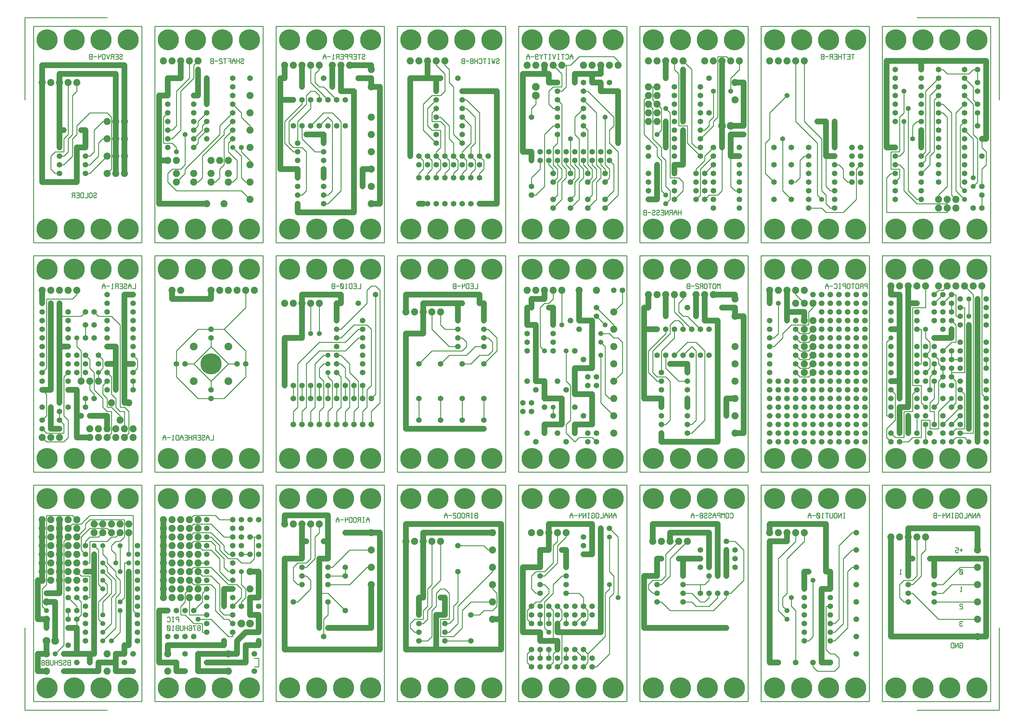
<source format=gbl>
%MOIN*%
%FSLAX25Y25*%
G04 D10 used for Character Trace; *
G04     Circle (OD=.01000) (No hole)*
G04 D11 used for Power Trace; *
G04     Circle (OD=.06700) (No hole)*
G04 D12 used for Signal Trace; *
G04     Circle (OD=.01100) (No hole)*
G04 D13 used for Via; *
G04     Circle (OD=.05800) (Round. Hole ID=.02800)*
G04 D14 used for Component hole; *
G04     Circle (OD=.06500) (Round. Hole ID=.03500)*
G04 D15 used for Component hole; *
G04     Circle (OD=.06600) (Round. Hole ID=.04200)*
G04 D16 used for Component hole; *
G04     Circle (OD=.08200) (Round. Hole ID=.05200)*
G04 D17 used for Component hole; *
G04     Circle (OD=.08950) (Round. Hole ID=.05950)*
G04 D18 used for Component hole; *
G04     Circle (OD=.11600) (Round. Hole ID=.08600)*
G04 D19 used for Component hole; *
G04     Circle (OD=.15500) (Round. Hole ID=.12500)*
G04 D20 used for Component hole; *
G04     Circle (OD=.18200) (Round. Hole ID=.15200)*
G04 D21 used for Component hole; *
G04     Circle (OD=.24300) (Round. Hole ID=.21300)*
%ADD10C,.01000*%
%ADD11C,.06700*%
%ADD12C,.01100*%
%ADD13C,.05800*%
%ADD14C,.06500*%
%ADD15C,.06600*%
%ADD16C,.08200*%
%ADD17C,.08950*%
%ADD18C,.11600*%
%ADD19C,.15500*%
%ADD20C,.18200*%
%ADD21C,.24300*%
%IPPOS*%
%LPD*%
G90*X0Y0D02*D12*X10000Y10000D02*X135000D01*       
Y260000D01*X10000D01*Y10000D01*D21*               
X25625Y25625D03*D14*X45000Y45000D03*D11*X85000D01*
Y55000D01*X105000D01*Y45000D01*X125000D01*D15*D03*
X115000Y55000D03*D11*X105000D02*Y65000D01*        
X115000D01*Y75000D01*X120000D01*Y105000D01*D13*   
D03*D11*Y160000D01*D13*D03*D14*X130000Y150000D03* 
Y170000D03*D12*X110000Y135000D02*Y150000D01*      
X105000Y130000D02*X110000Y135000D01*              
X105000Y95000D02*Y130000D01*X90000Y80000D02*      
X105000Y95000D01*D13*X90000Y80000D03*X100000D03*  
D12*X110000Y90000D01*Y115000D01*D13*D03*          
Y125000D03*D12*X115000Y130000D01*Y170000D01*      
X120000D01*D13*D03*D14*X130000Y160000D03*         
Y180000D03*D13*X110000Y160000D03*D12*Y190000D01*  
D13*D03*D12*X100000D02*X105000Y195000D01*         
X100000Y185000D02*Y190000D01*X105000Y180000D02*   
X100000Y185000D01*X105000Y170000D02*Y180000D01*   
D13*Y170000D03*D12*Y150000D02*X95000Y160000D01*   
X105000Y135000D02*Y150000D01*X100000Y130000D02*   
X105000Y135000D01*X100000Y100000D02*Y130000D01*   
X90000Y90000D02*X100000Y100000D01*D13*            
X90000Y90000D03*Y100000D03*D12*X85000Y105000D01*  
Y125000D01*X95000Y135000D01*Y145000D01*           
X90000Y150000D01*D13*D03*D12*Y140000D02*          
X85000Y145000D01*D13*X90000Y140000D03*D12*        
X85000Y145000D02*Y185000D01*X80000Y190000D01*D13* 
D03*D12*X75000Y170000D02*Y195000D01*              
X70000Y170000D02*X75000D01*D14*X70000D03*D11*     
X80000Y65000D02*Y160000D01*X75000Y65000D02*       
X80000D01*X75000Y55000D02*Y65000D01*D13*Y55000D03*
D11*X60000Y65000D02*X75000D01*X45000D02*X60000D01*
D14*X45000D03*X50000Y75000D03*D12*X35000Y65000D02*
X45000Y75000D01*D13*X35000Y65000D03*D12*          
X45000Y75000D02*Y195000D01*X50000Y200000D01*D16*  
D03*X60000Y190000D03*Y210000D03*X40000D03*D11*    
Y200000D01*D16*D03*D11*Y190000D01*D16*D03*D11*    
Y180000D01*D16*D03*D11*Y170000D01*D16*D03*D11*    
Y160000D01*D16*D03*D11*Y150000D01*D16*D03*D11*    
Y135000D01*X25000D01*D13*D03*D12*X20000Y120000D02*
Y140000D01*X25000Y115000D02*X20000Y120000D01*D13* 
X25000Y115000D03*D11*X35000Y80000D02*Y125000D01*  
D17*Y80000D03*X25000D03*D11*Y65000D01*D16*D03*D11*
X15000D01*Y45000D01*X25000D01*D16*D03*D10*        
X52511Y52129D02*Y57871D01*X50000D01*              
X49163Y56914D01*Y55957D01*X50000Y55000D01*        
X49163Y54043D01*Y53086D01*X50000Y52129D01*        
X52511D01*Y55000D02*X50000D01*X44163Y56914D02*    
X45000Y57871D01*X46674D01*X47511Y56914D01*        
Y55957D01*X46674Y55000D01*X45000D01*              
X44163Y54043D01*Y53086D01*X45000Y52129D01*        
X46674D01*X47511Y53086D01*X42511Y56914D02*        
X41674Y57871D01*X40000D01*X39163Y56914D01*        
Y55957D01*X40000Y55000D01*X41674D01*              
X42511Y54043D01*Y52129D01*X39163D01*X37511D02*    
Y57871D01*X34163Y52129D02*Y57871D01*              
X37511Y55000D02*X34163D01*X29163Y57871D02*        
Y53086D01*X30000Y52129D01*X31674D01*              
X32511Y53086D01*Y57871D01*X27511Y52129D02*        
Y57871D01*X25000D01*X24163Y56914D01*Y55957D01*    
X25000Y55000D01*X24163Y54043D01*Y53086D01*        
X25000Y52129D01*X27511D01*Y55000D02*X25000D01*    
X21674D02*X22511Y55957D01*Y56914D01*              
X21674Y57871D01*X20000D01*X19163Y56914D01*        
Y55957D01*X20000Y55000D01*X21674D01*              
X22511Y54043D01*Y53086D01*X21674Y52129D01*        
X20000D01*X19163Y53086D01*Y54043D01*              
X20000Y55000D01*D21*X56875Y25625D03*D15*          
X60000Y55000D03*D11*Y65000D02*Y95000D01*D15*D03*  
D11*X50000D01*D14*D03*X60000Y105000D03*D12*       
Y95000D01*D14*X50000Y105000D03*D12*Y115000D01*D14*
D03*D12*X60000Y105000D02*X65000Y110000D01*        
Y125000D01*X60000Y130000D01*D14*D03*              
X70000Y120000D03*Y140000D03*X50000D03*            
X70000Y130000D03*D12*X75000D01*Y155000D01*        
X65000D01*X60000Y160000D01*D16*D03*D14*           
X70000Y150000D03*D16*X50000Y170000D03*Y150000D03* 
D14*X70000Y160000D03*D11*X80000D01*Y180000D01*D13*
D03*X90000Y170000D03*D12*X95000Y165000D01*        
Y160000D01*D13*X90000D03*D12*X100000Y150000D01*   
Y135000D01*X90000Y125000D01*Y110000D01*D13*D03*   
D14*X70000Y90000D03*Y110000D03*Y100000D03*        
X60000Y140000D03*X70000Y80000D03*D12*             
X60000Y115000D02*Y120000D01*D14*Y115000D03*D12*   
Y120000D02*X50000Y130000D01*D14*D03*D11*          
X25000Y125000D02*X35000D01*D16*X25000D03*D12*     
X20000Y140000D02*X25000Y145000D01*Y225000D01*     
X55000D01*X60000Y220000D01*D16*D03*D12*           
X55000Y215000D02*X65000D01*X50000Y210000D02*      
X55000Y215000D01*D16*X50000Y210000D03*            
X60000Y200000D03*D12*X70000Y210000D01*Y215000D01* 
X75000Y220000D01*X115000D01*Y200000D01*           
X110000Y195000D01*X105000D01*X95000D02*           
X100000Y200000D01*X75000Y195000D02*X95000D01*D14* 
X70000Y190000D03*D12*Y195000D01*X75000Y200000D01* 
X85000D01*X90000Y205000D01*D16*D03*D12*X100000D02*
X95000Y210000D01*D16*X100000Y205000D03*D12*       
Y200000D02*X105000D01*X110000Y205000D01*D16*D03*  
X120000Y215000D03*X100000D03*X120000Y205000D03*   
D12*Y180000D01*D13*D03*D14*X130000Y190000D03*D12* 
X105000Y155000D02*Y160000D01*X110000Y150000D02*   
X105000Y155000D01*Y160000D02*X95000Y170000D01*    
Y175000D01*X90000Y180000D01*Y190000D01*D13*D03*   
D16*X80000Y205000D03*D12*X75000Y210000D02*        
X95000D01*X65000Y200000D02*X75000Y210000D01*      
X65000Y185000D02*Y200000D01*X70000Y180000D02*     
X65000Y185000D01*D14*X70000Y180000D03*D16*        
X60000Y170000D03*Y180000D03*X50000Y160000D03*     
Y190000D03*Y180000D03*D11*X40000Y210000D02*       
Y220000D01*D16*D03*X30000Y210000D03*              
X50000Y220000D03*X30000D03*X20000Y200000D03*D11*  
Y190000D01*D16*D03*D11*Y180000D01*D16*D03*D11*    
Y170000D01*D16*D03*D11*Y160000D01*D16*D03*D11*    
Y150000D01*D16*D03*D11*X15000D01*Y105000D01*      
X25000D01*D16*D03*D11*Y95000D01*D13*D03*D16*      
X60000Y150000D03*X30000D03*Y160000D03*            
X95000Y45000D03*Y65000D03*D21*X88125Y25625D03*D16*
X30000Y170000D03*Y180000D03*D21*X119375Y25625D03* 
D16*X30000Y190000D03*D15*X125000Y65000D03*D12*    
X130000Y110000D02*X125000Y115000D01*D14*          
X130000Y110000D03*D12*X125000Y115000D02*          
Y225000D01*X75000D01*X65000Y215000D01*D16*        
X80000D03*D12*X90000D01*D16*D03*X110000D03*D21*   
X119375Y244375D03*X88125D03*X56875D03*D16*        
X30000Y200000D03*D21*X25625Y244375D03*D16*        
X20000Y220000D03*D11*Y210000D01*D16*D03*D11*      
Y200000D01*D14*X130000Y90000D03*Y100000D03*       
Y120000D03*Y130000D03*Y140000D03*Y80000D03*G90*   
X0Y0D02*D12*X150000Y10000D02*X275000D01*          
Y260000D01*X150000D01*Y10000D01*D21*              
X165625Y25625D03*D14*X185000Y45000D03*D11*        
X175000D01*Y55000D01*X155000D01*Y115000D01*       
X165000D01*D14*D03*X175000D03*D10*                
X177511Y102129D02*Y107871D01*X175000D01*          
X174163Y106914D01*Y105957D01*X175000Y105000D01*   
X177511D01*X170837Y102129D02*Y107871D01*          
X171674Y102129D02*X170000D01*X171674Y107871D02*   
X170000D01*X164163Y103086D02*X165000Y102129D01*   
X166674D01*X167511Y103086D01*Y106914D01*          
X166674Y107871D01*X165000D01*X164163Y106914D01*   
D16*X180000Y130000D03*D12*Y110000D02*X185000D01*  
X195000Y100000D01*X205000D01*Y90000D01*X210000D01*
D14*D03*Y100000D03*D12*X235000Y85000D02*          
X215000Y105000D01*X235000Y85000D02*X240000D01*    
Y90000D01*D14*D03*D17*X250000Y100000D03*D15*      
X230000Y80000D03*D11*Y75000D01*X165000D01*        
Y65000D01*D16*D03*D14*X185000Y85000D03*X175000D03*
X185000Y65000D03*X165000Y85000D03*D16*Y45000D03*  
D10*X201674Y95000D02*X202511Y95957D01*Y96914D01*  
X201674Y97871D01*X200000D01*X199163Y96914D01*     
Y95957D01*X200000Y95000D01*X201674D01*            
X202511Y94043D01*Y93086D01*X201674Y92129D01*      
X200000D01*X199163Y93086D01*Y94043D01*            
X200000Y95000D01*X197511Y97871D02*X194163D01*     
X195837Y95000D01*Y92129D01*X189163Y96914D02*      
X190000Y97871D01*X191674D01*X192511Y96914D01*     
Y93086D01*X191674Y92129D01*X190000D01*            
X189163Y93086D01*Y94043D01*X190000Y95000D01*      
X191674D01*X192511Y94043D01*X187511Y92129D02*     
Y97871D01*X184163Y92129D02*Y97871D01*             
X187511Y95000D02*X184163D01*X179163Y97871D02*     
Y93086D01*X180000Y92129D01*X181674D01*            
X182511Y93086D01*Y97871D01*X177511Y92129D02*      
Y97871D01*X175000D01*X174163Y96914D01*Y95957D01*  
X175000Y95000D01*X174163Y94043D01*Y93086D01*      
X175000Y92129D01*X177511D01*Y95000D02*X175000D01* 
X171674Y96914D02*X170837Y97871D01*Y92129D01*      
X171674D02*X170000D01*X164163Y93086D02*           
X165000Y92129D01*X166674D01*X167511Y93086D01*     
Y96914D01*X166674Y97871D01*X165000D01*            
X164163Y96914D01*Y93086D01*X167511Y92129D02*      
X164163Y97871D01*D14*X195000Y85000D03*D11*        
X200000Y45000D02*X235000D01*D16*D03*D11*Y65000D02*
X245000D01*D16*X235000D03*D11*X200000D01*         
Y45000D01*D13*X210000Y55000D03*D11*X255000D01*D15*
D03*D11*Y75000D01*X270000D01*Y80000D01*D15*D03*   
D11*X255000Y90000D02*X270000D01*X245000Y80000D02* 
X255000Y90000D01*X245000Y65000D02*Y80000D01*D15*  
X265000Y45000D03*D12*Y50000D02*X270000D01*        
Y60000D01*X265000D01*D15*Y65000D03*D11*           
X270000Y90000D02*Y110000D01*X260000D01*Y130000D01*
X270000D01*Y160000D01*X260000D01*D16*D03*D12*     
X250000Y170000D02*X260000D01*X265000Y175000D01*   
Y200000D01*X260000D01*D14*D03*D12*X265000D02*     
X270000D01*D14*D03*Y190000D03*X250000Y220000D03*  
Y180000D03*D12*X260000D01*D14*D03*                
X250000Y190000D03*D12*Y170000D02*                 
X245000Y175000D01*X235000D01*X225000Y185000D01*   
Y190000D01*X215000Y200000D01*X210000D01*D14*D03*  
D12*X220000Y190000D02*X215000Y195000D01*          
X220000Y185000D02*Y190000D01*X230000Y175000D02*   
X220000Y185000D01*X230000Y165000D02*Y175000D01*   
X235000Y160000D02*X230000Y165000D01*              
X235000Y160000D02*X240000D01*D14*D03*D12*         
X235000Y150000D02*X240000D01*D14*D03*D12*         
X250000Y140000D02*X245000Y145000D01*              
X250000Y130000D02*Y140000D01*X240000Y120000D02*   
X250000Y130000D01*D14*X240000Y120000D03*D12*      
X230000Y110000D02*X240000D01*D14*D03*D12*         
Y100000D02*X235000Y105000D01*D14*                 
X240000Y100000D03*D12*X230000Y105000D02*          
X235000D01*X230000D02*X220000Y115000D01*          
Y140000D01*X215000Y145000D01*X195000D01*          
X190000Y150000D01*D16*D03*X200000Y140000D03*      
Y160000D03*D12*X205000Y155000D01*X215000D01*      
X225000Y145000D01*Y115000D01*X230000Y110000D01*   
D13*Y120000D03*D11*Y140000D01*X240000D01*D14*D03* 
D12*X235000Y145000D02*X245000D01*X235000D02*      
X215000Y165000D01*X195000D01*X190000Y160000D01*   
D16*D03*X200000Y150000D03*Y170000D03*D12*         
X210000D01*D14*D03*D16*X200000Y180000D03*D14*     
X210000D03*Y160000D03*D12*X235000Y150000D02*      
X225000Y160000D01*Y175000D01*X215000Y185000D01*   
X205000D01*X200000Y190000D01*D16*D03*D12*         
X190000D02*X195000Y195000D01*D16*                 
X190000Y190000D03*D12*X195000Y195000D02*          
X215000D01*D14*X210000Y190000D03*D12*X230000D02*  
X215000Y205000D01*X230000Y185000D02*Y190000D01*   
X235000Y180000D02*X230000Y185000D01*              
X235000Y180000D02*X240000D01*D14*D03*Y190000D03*  
Y170000D03*X250000Y200000D03*X240000D03*D12*      
X230000D01*X215000Y215000D01*X195000D01*          
X190000Y210000D01*D16*D03*D12*Y200000D02*         
X195000Y205000D01*D16*X190000Y200000D03*D12*      
X195000Y205000D02*X215000D01*D14*                 
X210000Y210000D03*D16*X200000Y220000D03*D12*      
X225000D02*X240000D01*D14*D03*X250000Y210000D03*  
X240000D03*D12*X225000Y220000D02*                 
X220000Y225000D01*X195000D01*X190000Y220000D01*   
D16*D03*X200000Y210000D03*X180000D03*Y220000D03*  
X170000Y200000D03*X180000D03*D14*                 
X210000Y220000D03*D16*X170000D03*Y210000D03*      
X200000Y200000D03*D21*X165625Y244375D03*          
X196875D03*D16*X160000Y190000D03*D11*Y180000D01*  
D16*D03*D11*Y170000D01*D16*D03*D11*Y160000D01*D16*
D03*D11*Y150000D01*D16*D03*D11*Y140000D01*D16*D03*
D11*Y130000D01*D16*D03*X170000Y140000D03*         
Y130000D03*D12*X180000Y110000D02*Y120000D01*      
X185000Y125000D01*Y135000D01*X190000Y140000D01*   
D16*D03*X200000Y130000D03*X180000Y150000D03*      
Y140000D03*X190000Y130000D03*D12*Y110000D01*      
X210000D01*D14*D03*D12*X200000Y105000D02*         
X215000D01*D13*X200000D03*D14*X195000Y115000D03*  
D12*X205000Y125000D01*Y135000D01*                 
X210000Y140000D01*D14*D03*Y150000D03*Y130000D03*  
Y120000D03*X185000Y115000D03*D16*                 
X180000Y170000D03*Y160000D03*D14*                 
X240000Y130000D03*D16*X190000Y170000D03*          
X170000Y180000D03*Y170000D03*D14*                 
X250000Y120000D03*D12*Y125000D01*                 
X255000Y130000D01*Y140000D01*X250000Y145000D01*   
Y160000D01*D13*D03*D14*X270000Y180000D03*D16*     
X260000Y140000D03*D14*X270000Y120000D03*          
Y220000D03*D16*X190000Y180000D03*D14*             
X260000Y220000D03*D17*Y100000D03*D16*             
X180000Y190000D03*Y180000D03*X170000Y190000D03*   
Y160000D03*Y150000D03*D21*X259375Y244375D03*      
X228125D03*D16*X160000Y220000D03*D11*Y210000D01*  
D16*D03*D11*Y200000D01*D16*D03*D11*Y190000D01*D21*
X196875Y25625D03*X228125D03*X259375D03*G90*       
X0Y0D02*D12*X290000Y10000D02*X415000D01*          
Y260000D01*X290000D01*Y10000D01*D21*              
X305625Y25625D03*X336875D03*D11*X300000Y70000D02* 
X410000D01*Y205000D01*X400000D01*D16*D03*D11*     
X370000D01*D14*D03*D10*X397511Y217129D02*         
Y220000D01*X395837Y222871D01*X394163Y220000D01*   
Y217129D01*X397511Y220000D02*X394163D01*          
X390837Y217129D02*Y222871D01*X391674Y217129D02*   
X390000D01*X391674Y222871D02*X390000D01*          
X387511Y217129D02*Y222871D01*X385000D01*          
X384163Y221914D01*Y220957D01*X385000Y220000D01*   
X387511D01*X385000D02*X384163Y217129D01*          
X379163Y218086D02*X380000Y217129D01*X381674D01*   
X382511Y218086D01*Y221914D01*X381674Y222871D01*   
X380000D01*X379163Y221914D01*Y218086D01*          
X377511Y217129D02*Y222871D01*X375000D01*          
X374163Y221914D01*Y218086D01*X375000Y217129D01*   
X377511D01*X370000Y222871D02*Y217129D01*          
X372511Y222871D02*Y220000D01*X369163D01*          
X367511D02*X364163D01*X362511Y217129D02*          
Y220000D01*X360837Y222871D01*X359163Y220000D01*   
Y217129D01*X362511Y220000D02*X359163D01*D11*      
X350000Y195000D02*Y225000D01*Y175000D02*          
Y195000D01*D14*Y175000D03*D11*X340000D01*         
Y135000D01*Y95000D01*D14*D03*D12*X345000Y85000D02*
Y105000D01*D14*Y85000D03*X350000Y95000D03*D11*    
X400000D01*Y145000D01*D16*D03*Y165000D03*D12*     
X395000D01*X375000Y145000D01*X350000D01*D14*D03*  
D12*X340000Y135000D02*X350000D01*                 
X370000Y115000D01*D14*D03*X350000Y125000D03*D12*  
Y110000D01*X345000Y105000D01*X310000Y125000D02*   
X315000D01*D14*X310000D03*D12*X315000D02*         
X330000Y140000D01*Y150000D01*X325000Y155000D01*   
X320000D01*D14*D03*D12*X310000Y150000D02*         
Y165000D01*X315000Y145000D02*X310000Y150000D01*   
X315000Y145000D02*X320000D01*D14*D03*D12*         
Y165000D02*X325000D01*D14*X320000D03*D12*         
X315000Y170000D02*X325000D01*X310000Y165000D02*   
X315000Y170000D01*D14*X320000Y175000D03*D11*      
X300000D01*Y70000D01*D21*X368125Y25625D03*D14*    
X370000Y155000D03*D12*X350000D01*D14*D03*D12*     
Y165000D02*X355000D01*D14*X350000D03*D12*         
X355000D02*X375000Y185000D01*X400000D01*D16*D03*  
D12*X370000Y155000D02*Y165000D01*D14*D03*D11*     
X345000Y195000D02*X350000D01*D14*X345000D03*D12*  
X335000Y175000D02*Y200000D01*X325000Y165000D02*   
X335000Y175000D01*X325000Y170000D02*              
X330000Y175000D01*Y215000D01*D16*D03*D12*         
X335000Y200000D02*X340000Y205000D01*Y215000D01*   
D16*D03*D11*X300000Y225000D02*X350000D01*         
X300000Y215000D02*Y225000D01*D16*Y215000D03*      
X310000D03*D11*X320000Y175000D02*Y195000D01*D14*  
X325000D03*D11*X320000D01*Y215000D01*D16*D03*D21* 
X336875Y244375D03*X305625D03*X368125D03*          
X399375D03*Y25625D03*G90*X0Y0D02*D12*             
X430000Y10000D02*X555000D01*Y260000D01*X430000D01*
Y10000D01*D21*X445625Y25625D03*X476875D03*D11*    
X440000Y70000D02*X475000D01*X440000D02*Y195000D01*
D16*D03*D11*Y215000D01*X550000D01*Y105000D01*     
Y70000D01*X475000D01*Y110000D01*X485000D01*D14*   
D03*D11*Y130000D01*X480000D01*D14*D03*D12*        
X475000Y120000D02*Y135000D01*X470000Y115000D02*   
X475000Y120000D01*X470000Y85000D02*Y115000D01*    
X465000Y80000D02*X470000Y85000D01*                
X455000Y80000D02*X465000D01*D14*X455000D03*       
Y90000D03*D12*X450000D01*X445000Y95000D01*        
Y100000D01*X450000Y105000D01*X460000D01*          
Y115000D01*X465000Y120000D01*Y140000D01*          
X470000Y145000D01*Y195000D01*D16*D03*D11*         
X460000D02*Y205000D01*D16*Y195000D03*D11*         
Y130000D01*D14*D03*D11*X455000D01*Y110000D01*D14* 
D03*D12*X460000Y100000D02*X465000Y105000D01*      
X455000Y100000D02*X460000D01*D14*X455000D03*D12*  
X465000Y105000D02*Y115000D01*X470000Y120000D01*   
Y140000D01*X480000Y150000D01*Y195000D01*D16*D03*  
D11*X460000Y205000D02*X540000D01*D16*D03*D12*     
X535000Y185000D02*X530000Y190000D01*              
X535000Y185000D02*X540000D01*D16*D03*D12*         
X500000Y190000D02*X530000D01*D14*X500000D03*      
Y160000D03*D12*Y125000D01*X495000Y120000D01*      
Y105000D01*X490000Y100000D01*X485000D01*D14*D03*  
D12*X480000Y105000D02*X490000D01*X480000Y85000D02*
Y105000D01*Y85000D02*X495000D01*X505000Y95000D01* 
Y115000D01*X515000Y125000D01*X540000D01*D16*D03*  
D12*Y115000D02*X545000Y120000D01*                 
X530000Y115000D02*X540000D01*X525000Y110000D02*   
X530000Y115000D01*X515000Y110000D02*X525000D01*   
D14*X515000D03*D12*X500000Y100000D02*Y120000D01*  
X490000Y90000D02*X500000Y100000D01*               
X485000Y90000D02*X490000D01*D14*X485000D03*       
Y80000D03*D12*X515000D01*D14*D03*D16*             
X540000Y105000D03*D11*X550000D01*D12*             
X545000Y120000D02*Y135000D01*X540000Y140000D01*   
Y145000D01*D16*D03*D12*X500000Y120000D02*         
X540000Y160000D01*X490000Y105000D02*Y135000D01*   
X485000Y140000D01*X480000D01*X475000Y135000D01*   
D16*X450000Y195000D03*D12*X540000Y160000D02*      
Y165000D01*D16*D03*D10*X522511Y222129D02*         
Y227871D01*X520000D01*X519163Y226914D01*          
Y225957D01*X520000Y225000D01*X519163Y224043D01*   
Y223086D01*X520000Y222129D01*X522511D01*          
Y225000D02*X520000D01*X515837Y222129D02*          
Y227871D01*X516674Y222129D02*X515000D01*          
X516674Y227871D02*X515000D01*X512511Y222129D02*   
Y227871D01*X510000D01*X509163Y226914D01*          
Y225957D01*X510000Y225000D01*X512511D01*          
X510000D02*X509163Y222129D01*X504163Y223086D02*   
X505000Y222129D01*X506674D01*X507511Y223086D01*   
Y226914D01*X506674Y227871D01*X505000D01*          
X504163Y226914D01*Y223086D01*X502511Y222129D02*   
Y227871D01*X500000D01*X499163Y226914D01*          
Y223086D01*X500000Y222129D01*X502511D01*          
X497511Y226914D02*X496674Y227871D01*X495000D01*   
X494163Y226914D01*Y225957D01*X495000Y225000D01*   
X496674D01*X497511Y224043D01*Y222129D01*          
X494163D01*X492511Y225000D02*X489163D01*          
X487511Y222129D02*Y225000D01*X485837Y227871D01*   
X484163Y225000D01*Y222129D01*X487511Y225000D02*   
X484163D01*D21*X539375Y244375D03*X508125D03*      
X476875D03*X445625D03*X508125Y25625D03*X539375D03*
G90*X0Y0D02*D12*X570000Y10000D02*X695000D01*      
Y260000D01*X570000D01*Y10000D01*D21*              
X585625Y25625D03*D14*X605000Y50000D03*D12*        
X610000Y55000D01*Y65000D01*X615000Y70000D01*D14*  
D03*D11*Y80000D01*X610000D01*X595000D01*Y90000D01*
X575000D01*Y165000D01*X595000D01*D14*D03*D11*     
Y185000D01*X600000D01*D14*D03*D11*X605000D01*     
Y205000D01*D16*D03*D11*Y215000D01*X655000D01*     
Y210000D01*D14*D03*D11*Y180000D01*X645000D01*D14* 
D03*Y190000D03*D12*X615000D02*X625000Y200000D01*  
X615000Y170000D02*Y190000D01*X600000Y155000D02*   
X615000Y170000D01*X595000Y155000D02*X600000D01*   
D14*X595000D03*D12*X590000Y160000D02*X600000D01*  
X585000Y155000D02*X590000Y160000D01*              
X585000Y140000D02*Y155000D01*X590000Y135000D02*   
X585000Y140000D01*X590000Y135000D02*X595000D01*   
D14*D03*D12*X605000Y140000D02*X600000Y145000D01*  
X605000Y135000D02*Y140000D01*X595000Y125000D02*   
X605000Y135000D01*X590000Y125000D02*X595000D01*   
X585000Y120000D02*X590000Y125000D01*D14*          
X585000Y120000D03*D12*X580000Y115000D01*          
Y105000D01*X585000Y100000D01*D14*D03*             
X595000Y110000D03*D12*Y100000D01*D14*D03*D12*     
X605000Y90000D02*X600000Y95000D01*D13*            
X605000Y90000D03*D12*X600000Y95000D02*Y125000D01* 
X610000Y135000D01*Y145000D01*X620000Y155000D01*   
X625000D01*D14*D03*Y165000D03*D11*Y185000D01*     
X620000D01*D14*D03*D12*X610000Y170000D02*         
Y190000D01*X600000Y160000D02*X610000Y170000D01*   
D14*X595000Y145000D03*D12*X600000D01*D14*         
X625000Y120000D03*Y135000D03*D12*X640000D01*      
X645000Y130000D01*Y120000D01*D14*D03*D12*         
X650000Y115000D01*Y105000D01*X645000Y100000D01*   
D14*D03*X655000Y110000D03*X635000D03*X645000D03*  
D12*X635000Y100000D01*D14*D03*X625000Y110000D03*  
D12*Y100000D01*D14*D03*D12*X615000D02*            
X620000Y105000D01*D14*X615000Y100000D03*D11*      
Y90000D01*X620000D01*D12*Y55000D01*               
X615000Y50000D01*D14*D03*X625000Y60000D03*D12*    
Y70000D01*D14*D03*X635000Y60000D03*X615000D03*    
X635000Y70000D03*D12*X645000Y60000D01*D14*D03*D12*
Y50000D02*X650000Y55000D01*D14*X645000Y50000D03*  
D12*X650000Y55000D02*Y65000D01*X670000Y85000D01*  
Y135000D01*X675000Y140000D01*Y145000D01*D13*D03*  
D12*X680000Y135000D02*Y155000D01*                 
X675000Y130000D02*X680000Y135000D01*              
X675000Y65000D02*Y130000D01*X660000Y50000D02*     
X675000Y65000D01*X655000Y50000D02*X660000D01*D14* 
X655000D03*Y60000D03*D12*X650000Y65000D02*        
X645000Y70000D01*D14*D03*D11*X620000Y90000D02*    
X665000D01*D12*X610000Y80000D02*Y115000D01*       
X605000Y120000D01*D14*D03*X615000Y110000D03*      
Y120000D03*D12*X620000Y115000D01*Y105000D01*D14*  
X635000Y120000D03*X605000Y110000D03*D12*          
Y100000D01*D14*D03*X585000Y110000D03*             
X595000Y120000D03*X585000Y70000D03*D12*           
X580000Y65000D01*Y55000D01*X585000Y50000D01*D14*  
D03*X595000Y60000D03*D12*Y70000D01*D14*D03*       
X605000Y60000D03*D12*Y70000D01*D14*D03*           
X625000Y50000D03*X595000D03*X585000Y60000D03*     
X635000Y50000D03*D21*X648125Y25625D03*X616875D03* 
D14*X655000Y120000D03*D11*X665000Y90000D02*       
Y190000D01*D13*D03*D11*Y210000D01*D14*D03*D13*    
X675000Y200000D03*D12*Y160000D01*                 
X680000Y155000D01*D13*X685000Y130000D03*D12*      
Y200000D01*X675000Y210000D01*D14*D03*             
X645000Y200000D03*D21*X679375Y244375D03*          
X648125D03*D10*X682511Y222129D02*Y225000D01*      
X680837Y227871D01*X679163Y225000D01*Y222129D01*   
X682511Y225000D02*X679163D01*X677511Y222129D02*   
Y227871D01*X674163Y222129D01*Y227871D01*          
X672511Y222129D02*Y225000D01*X670837Y227871D01*   
X669163Y225000D01*Y222129D01*X672511Y225000D02*   
X669163D01*X667511Y227871D02*Y222129D01*          
X664163D01*X659163Y223086D02*X660000Y222129D01*   
X661674D01*X662511Y223086D01*Y226914D01*          
X661674Y227871D01*X660000D01*X659163Y226914D01*   
Y223086D01*X654163D02*X655000Y222129D01*          
X656674D01*X657511Y223086D01*Y226914D01*          
X656674Y227871D01*X655000D01*X654163Y226914D01*   
X655837Y225000D02*X654163D01*Y222129D01*          
X650837D02*Y227871D01*X651674Y222129D02*          
X650000D01*X651674Y227871D02*X650000D01*          
X647511Y222129D02*Y227871D01*X644163Y222129D01*   
Y227871D01*X640000D02*Y222129D01*                 
X642511Y227871D02*Y225000D01*X639163D01*          
X637511D02*X634163D01*X632511Y222129D02*          
Y225000D01*X630837Y227871D01*X629163Y225000D01*   
Y222129D01*X632511Y225000D02*X629163D01*D16*      
X625000Y205000D03*D12*Y200000D01*D16*             
X615000Y205000D03*D12*Y195000D01*                 
X610000Y190000D01*D16*X595000Y205000D03*          
X585000D03*D14*X625000Y145000D03*D21*             
X616875Y244375D03*X585625D03*X679375Y25625D03*G90*
X0Y0D02*D12*X710000Y10000D02*X835000D01*          
Y260000D01*X710000D01*Y10000D01*D21*              
X725625Y25625D03*X756875D03*X788125D03*D14*       
X790000Y95000D03*D11*X780000D01*D14*D03*D11*      
X715000D01*Y155000D01*X730000D01*D14*D03*D11*     
Y175000D01*X735000D01*D14*D03*D12*                
X740000Y155000D02*Y180000D01*X735000Y150000D02*   
X740000Y155000D01*X725000Y150000D02*X735000D01*   
X720000Y145000D02*X725000Y150000D01*              
X720000Y140000D02*Y145000D01*X725000Y135000D02*   
X720000Y140000D01*X725000Y135000D02*X730000D01*   
D14*D03*D12*Y145000D02*X735000D01*D14*X730000D03* 
D12*X735000D02*X745000Y155000D01*Y175000D01*      
X765000Y195000D01*D16*D03*X755000D03*D12*         
X740000Y180000D01*D16*X725000Y195000D03*D11*      
Y215000D01*X800000D01*Y195000D01*D14*D03*D11*     
Y175000D01*D13*D03*D11*Y155000D01*D14*D03*D13*    
X810000Y165000D03*D11*Y155000D01*D14*D03*         
X820000Y165000D03*D11*X810000D02*Y185000D01*D13*  
D03*D14*X820000Y175000D03*D12*X830000Y185000D02*  
X820000Y195000D01*X830000Y150000D02*Y185000D01*   
X815000Y135000D02*X830000Y150000D01*              
X810000Y135000D02*X815000D01*D14*X810000D03*D12*  
Y130000D01*X795000Y115000D01*X745000D01*          
X735000Y125000D01*X730000D01*D14*D03*             
X760000Y155000D03*D11*Y175000D01*X755000D01*D14*  
D03*D11*X760000D02*X780000D01*D14*D03*D13*        
X790000Y165000D03*D11*Y185000D01*D13*D03*D11*     
Y195000D01*D14*D03*D11*Y205000D01*X745000D01*     
Y195000D01*D16*D03*X735000D03*D10*                
X814163Y223086D02*X815000Y222129D01*X816674D01*   
X817511Y223086D01*Y226914D01*X816674Y227871D01*   
X815000D01*X814163Y226914D01*X809163Y223086D02*   
X810000Y222129D01*X811674D01*X812511Y223086D01*   
Y226914D01*X811674Y227871D01*X810000D01*          
X809163Y226914D01*Y223086D01*X807511Y222129D02*   
Y227871D01*X805837Y225957D01*X804163Y227871D01*   
Y222129D01*X802511D02*Y227871D01*X800000D01*      
X799163Y226914D01*Y225957D01*X800000Y225000D01*   
X802511D01*X797511Y222129D02*Y225000D01*          
X795837Y227871D01*X794163Y225000D01*Y222129D01*   
X797511Y225000D02*X794163D01*X789163Y226914D02*   
X790000Y227871D01*X791674D01*X792511Y226914D01*   
Y225957D01*X791674Y225000D01*X790000D01*          
X789163Y224043D01*Y223086D01*X790000Y222129D01*   
X791674D01*X792511Y223086D01*X784163Y226914D02*   
X785000Y227871D01*X786674D01*X787511Y226914D01*   
Y225957D01*X786674Y225000D01*X785000D01*          
X784163Y224043D01*Y223086D01*X785000Y222129D01*   
X786674D01*X787511Y223086D01*X781674Y225000D02*   
X782511Y225957D01*Y226914D01*X781674Y227871D01*   
X780000D01*X779163Y226914D01*Y225957D01*          
X780000Y225000D01*X781674D01*X782511Y224043D01*   
Y223086D01*X781674Y222129D01*X780000D01*          
X779163Y223086D01*Y224043D01*X780000Y225000D01*   
X777511D02*X774163D01*X772511Y222129D02*          
Y225000D01*X770837Y227871D01*X769163Y225000D01*   
Y222129D01*X772511Y225000D02*X769163D01*D14*      
X780000Y165000D03*Y185000D03*D12*                 
X785000Y145000D02*X790000Y150000D01*              
X780000Y145000D02*X785000D01*X780000Y135000D02*   
Y145000D01*D14*Y135000D03*D12*X775000Y120000D02*  
X770000Y125000D01*X775000Y120000D02*X790000D01*   
X800000Y130000D01*Y135000D01*D14*D03*X790000D03*  
D12*Y130000D01*X785000Y125000D01*X780000D01*      
X770000Y135000D01*X760000D01*D14*D03*D12*         
Y125000D02*X770000D01*D14*X760000D03*D12*         
Y145000D02*X780000D01*D14*X760000D03*D12*         
X790000Y150000D02*Y155000D01*D14*D03*             
X820000Y185000D03*D12*X810000Y195000D02*          
X820000D01*D14*X810000D03*D21*X819375Y244375D03*  
X788125D03*X756875D03*X725625D03*D11*             
X790000Y95000D02*X800000D01*D14*D03*D11*          
X810000D01*D14*D03*D21*X819375Y25625D03*G90*      
X0Y0D02*D12*X850000Y10000D02*X975000D01*          
Y260000D01*X850000D01*Y10000D01*D21*              
X865625Y25625D03*D15*X890000Y55000D03*D12*        
Y115000D01*X885000Y120000D01*Y130000D01*D13*D03*  
D12*X875000D02*X880000Y135000D01*                 
X875000Y120000D02*Y130000D01*X880000Y115000D02*   
X875000Y120000D01*D13*X880000Y115000D03*D12*      
Y105000D02*X870000Y115000D01*D13*                 
X880000Y105000D03*D12*X870000Y115000D02*          
Y175000D01*X890000Y195000D01*Y205000D01*D16*D03*  
D12*X880000Y175000D02*X900000Y195000D01*          
X880000Y135000D02*Y175000D01*D14*                 
X900000Y120000D03*Y130000D03*D13*                 
X860000Y140000D03*D11*Y55000D01*X870000D01*D15*   
D03*D14*X900000Y80000D03*D12*X905000D01*          
X910000Y85000D01*Y150000D01*D13*D03*D11*          
X920000Y55000D02*Y140000D01*Y55000D02*X930000D01* 
D15*D03*D12*X935000Y45000D02*X940000Y50000D01*    
X915000Y45000D02*X935000D01*X915000D02*           
X910000Y50000D01*Y55000D01*D15*D03*D12*           
X930000Y65000D02*X925000Y70000D01*                
X930000Y65000D02*X935000D01*X940000Y60000D01*     
Y50000D01*D15*X960000Y65000D03*D12*               
X925000Y70000D02*Y120000D01*X930000D01*D14*D03*   
Y130000D03*Y110000D03*D12*X935000Y100000D02*      
X940000Y105000D01*X930000Y100000D02*X935000D01*   
D14*X930000D03*Y90000D03*D12*X935000D01*          
X945000Y100000D01*Y175000D01*X955000Y185000D01*   
X960000D01*D15*D03*D12*X940000Y105000D02*         
Y190000D01*X935000Y80000D02*X950000Y95000D01*     
X930000Y80000D02*X935000D01*D14*X930000D03*D12*   
X950000Y95000D02*Y160000D01*X955000Y165000D01*    
X960000D01*D15*D03*Y145000D03*D12*                
X940000Y190000D02*X955000Y205000D01*X960000D01*   
D15*D03*D11*X925000Y160000D02*Y215000D01*D14*     
Y160000D03*D11*X930000D01*Y155000D01*Y140000D01*  
D14*D03*D11*X920000D01*D12*X930000Y155000D02*     
Y160000D01*D14*X905000D03*D11*X900000D01*         
Y140000D01*D14*D03*Y110000D03*D11*                
X860000Y140000D02*Y195000D01*X880000D01*          
Y205000D01*D16*D03*X870000D03*D12*                
X900000Y195000D02*Y205000D01*D16*D03*D10*         
X945837Y222129D02*Y227871D01*X946674Y222129D02*   
X945000D01*X946674Y227871D02*X945000D01*          
X942511Y222129D02*Y227871D01*X939163Y222129D01*   
Y227871D01*X934163Y223086D02*X935000Y222129D01*   
X936674D01*X937511Y223086D01*Y226914D01*          
X936674Y227871D01*X935000D01*X934163Y226914D01*   
Y223086D01*X929163Y227871D02*Y223086D01*          
X930000Y222129D01*X931674D01*X932511Y223086D01*   
Y227871D01*X925837Y222129D02*Y227871D01*          
X927511D02*X924163D01*X921674Y226914D02*          
X920837Y227871D01*Y222129D01*X921674D02*          
X920000D01*X914163Y223086D02*X915000Y222129D01*   
X916674D01*X917511Y223086D01*Y226914D01*          
X916674Y227871D01*X915000D01*X914163Y226914D01*   
Y223086D01*X917511Y222129D02*X914163Y227871D01*   
X912511Y225000D02*X909163D01*X907511Y222129D02*   
Y225000D01*X905837Y227871D01*X904163Y225000D01*   
Y222129D01*X907511Y225000D02*X904163D01*D11*      
X860000Y215000D02*X925000D01*X860000Y205000D02*   
Y215000D01*D16*Y205000D03*D21*X896875Y244375D03*  
X865625D03*X928125D03*D15*X960000Y105000D03*      
Y125000D03*D21*X959375Y244375D03*D14*             
X900000Y100000D03*Y90000D03*D15*X960000Y85000D03* 
D21*X896875Y25625D03*X928125D03*X959375D03*G90*   
X0Y0D02*D12*X990000Y10000D02*X1115000D01*         
Y260000D01*X990000D01*Y10000D01*D21*              
X1005625Y25625D03*X1036875D03*D11*                
X1000000Y85000D02*X1100000D01*D16*D03*D11*        
X1110000D01*Y175000D01*X1050000D01*Y155000D01*D14*
D03*D12*Y145000D02*X1060000D01*D14*X1050000D03*   
D12*Y135000D02*X1060000D01*D14*X1050000D03*D12*   
X1060000Y145000D02*X1080000Y165000D01*X1100000D01*
D16*D03*Y185000D03*D11*Y210000D01*X1020000D01*    
Y200000D01*D16*D03*D11*Y175000D01*Y155000D01*D14* 
D03*D12*X1015000Y150000D02*X1025000D01*           
X1010000Y145000D02*X1015000Y150000D01*            
X1010000Y130000D02*Y145000D01*X1015000Y125000D02* 
X1010000Y130000D01*X1015000Y125000D02*X1020000D01*
D14*D03*D12*X1055000Y105000D02*X1025000Y135000D01*
X1055000Y105000D02*X1100000D01*D16*D03*D10*       
X1082511Y121914D02*X1081674Y122871D01*X1080000D01*
X1079163Y121914D01*Y120957D01*X1080000Y120000D01* 
X1081674D01*X1082511Y119043D01*Y117129D01*        
X1079163D01*D16*X1100000Y125000D03*D12*           
X1050000D01*D14*D03*D12*X1060000Y135000D02*       
X1070000Y145000D01*X1100000D01*D16*D03*D10*       
X1079163Y158086D02*X1080000Y157129D01*X1081674D01*
X1082511Y158086D01*Y161914D01*X1081674Y162871D01* 
X1080000D01*X1079163Y161914D01*Y158086D01*        
X1082511Y157129D02*X1079163Y162871D01*            
X1081674Y141914D02*X1080837Y142871D01*Y137129D01* 
X1081674D02*X1080000D01*X1082511Y185000D02*       
X1079163D01*X1080837Y186914D02*Y183086D01*        
X1074163Y187871D02*X1077511D01*Y185000D01*        
X1075000D01*X1074163Y184043D01*Y183086D01*        
X1075000Y182129D01*X1076674D01*X1077511Y183086D01*
X1082511Y101914D02*X1081674Y102871D01*X1080000D01*
X1079163Y101914D01*Y100957D01*X1080000Y100000D01* 
X1081674D01*X1080000D02*X1079163Y99043D01*        
Y98086D01*X1080000Y97129D01*X1081674D01*          
X1082511Y98086D01*D11*X1045000Y175000D02*         
X1050000D01*D14*X1045000D03*D12*                  
X1035000Y155000D02*Y180000D01*X1025000Y145000D02* 
X1035000Y155000D01*X1020000Y145000D02*X1025000D01*
D14*X1020000D03*D12*X1025000Y150000D02*           
X1030000Y155000D01*Y200000D01*D16*D03*X1040000D03*
D12*Y185000D01*X1035000Y180000D01*D14*            
X1025000Y175000D03*D11*X1020000D01*D10*           
X1011674Y161914D02*X1010837Y162871D01*Y157129D01* 
X1011674D02*X1010000D01*D16*Y200000D03*           
X1000000D03*D11*Y85000D01*D12*X1020000Y135000D02* 
X1025000D01*D14*X1020000D03*D10*X1079163Y73086D02*
X1080000Y72129D01*X1081674D01*X1082511Y73086D01*  
Y76914D01*X1081674Y77871D01*X1080000D01*          
X1079163Y76914D01*X1080837Y75000D02*X1079163D01*  
Y72129D01*X1077511D02*Y77871D01*X1074163Y72129D01*
Y77871D01*X1072511Y72129D02*Y77871D01*X1070000D01*
X1069163Y76914D01*Y73086D01*X1070000Y72129D01*    
X1072511D01*X1102511Y222129D02*Y225000D01*        
X1100837Y227871D01*X1099163Y225000D01*Y222129D01* 
X1102511Y225000D02*X1099163D01*X1097511Y222129D02*
Y227871D01*X1094163Y222129D01*Y227871D01*         
X1092511Y222129D02*Y225000D01*X1090837Y227871D01* 
X1089163Y225000D01*Y222129D01*X1092511Y225000D02* 
X1089163D01*X1087511Y227871D02*Y222129D01*        
X1084163D01*X1079163Y223086D02*X1080000Y222129D01*
X1081674D01*X1082511Y223086D01*Y226914D01*        
X1081674Y227871D01*X1080000D01*X1079163Y226914D01*
Y223086D01*X1074163D02*X1075000Y222129D01*        
X1076674D01*X1077511Y223086D01*Y226914D01*        
X1076674Y227871D01*X1075000D01*X1074163Y226914D01*
X1075837Y225000D02*X1074163D01*Y222129D01*        
X1070837D02*Y227871D01*X1071674Y222129D02*        
X1070000D01*X1071674Y227871D02*X1070000D01*       
X1067511Y222129D02*Y227871D01*X1064163Y222129D01* 
Y227871D01*X1060000D02*Y222129D01*                
X1062511Y227871D02*Y225000D01*X1059163D01*        
X1057511D02*X1054163D01*X1052511Y222129D02*       
Y227871D01*X1050000D01*X1049163Y226914D01*        
Y225957D01*X1050000Y225000D01*X1049163Y224043D01* 
Y223086D01*X1050000Y222129D01*X1052511D01*        
Y225000D02*X1050000D01*D21*X1099375Y244375D03*    
X1068125D03*X1036875D03*X1005625D03*              
X1068125Y25625D03*X1099375D03*G90*X0Y0D02*D12*    
X10000Y275000D02*X135000D01*X10000D02*Y525000D01* 
X135000D01*Y275000D01*D21*X119375Y290625D03*D16*  
X95000Y315000D03*D12*X100000Y320000D01*Y345000D01*
X95000D01*X90000Y350000D01*Y360000D01*            
X80000Y370000D01*Y390000D01*X75000Y395000D01*     
Y405000D01*X70000Y410000D01*D14*D03*D12*          
X65000Y380000D02*Y415000D01*D16*Y380000D03*D12*   
X80000Y365000D02*X75000Y370000D01*                
X80000Y360000D02*Y365000D01*D14*Y360000D03*       
X70000Y350000D03*D12*Y360000D01*D14*D03*D11*      
X60000Y340000D02*Y370000D01*Y315000D02*Y340000D01*
Y315000D02*X75000D01*D16*D03*X85000Y325000D03*    
Y315000D03*X75000Y325000D03*X95000D03*D11*        
Y340000D01*X75000D01*D14*D03*X65000D03*D11*       
X60000D01*D14*X50000Y350000D03*D12*Y315000D02*    
Y335000D01*X45000Y310000D02*X50000Y315000D01*     
X25000Y310000D02*X45000D01*X25000D02*             
X20000Y315000D01*D16*D03*D12*X25000Y320000D02*    
X45000D01*Y330000D01*X40000Y335000D01*D14*D03*D12*
Y345000D01*D14*D03*D12*X50000Y335000D02*          
X45000Y340000D01*Y385000D01*X50000Y390000D01*D14* 
D03*X60000Y400000D03*Y390000D03*X50000Y400000D03* 
Y380000D03*D11*X20000Y370000D02*X30000D01*D14*    
X20000D03*D12*X25000Y365000D01*Y340000D01*        
X20000Y335000D01*D14*D03*D11*X30000Y325000D02*    
X40000D01*D14*D03*D16*X30000Y315000D03*D11*       
Y325000D02*Y350000D01*D14*D03*X20000D03*          
X40000Y355000D03*D11*Y420000D01*X50000D01*D14*D03*
X60000Y410000D03*D13*Y430000D03*D12*Y420000D01*   
X65000Y415000D01*D14*X80000Y430000D03*X50000D03*  
X70000D03*D12*Y445000D01*D14*D03*X80000D03*D12*   
X40000Y455000D02*X65000D01*D11*X40000Y420000D02*  
Y455000D01*D14*X50000Y410000D03*D13*              
X30000Y420000D03*D11*Y370000D01*D14*              
X20000Y380000D03*X50000Y370000D03*D11*X60000D01*  
D12*X75000D02*Y380000D01*D16*D03*D13*             
X85000Y390000D03*D12*Y380000D01*D16*D03*D12*      
X90000Y365000D02*Y375000D01*X95000Y360000D02*     
X90000Y365000D01*X95000Y350000D02*Y360000D01*     
Y350000D02*X100000D01*X110000Y340000D01*          
Y335000D01*D16*D03*D12*X120000Y320000D02*         
Y345000D01*X115000Y315000D02*X120000Y320000D01*   
D16*X115000Y315000D03*X125000Y325000D03*          
X105000D03*X125000Y315000D03*X115000Y325000D03*   
D12*Y345000D01*X110000D01*X105000Y350000D01*      
Y360000D01*X100000Y365000D01*Y385000D01*          
X95000Y390000D01*D14*D03*D12*X85000D02*           
X90000Y395000D01*Y405000D01*X85000Y410000D01*D14* 
D03*X95000Y400000D03*D11*X105000D01*Y370000D01*   
D13*D03*D11*X115000Y355000D02*Y360000D01*         
Y355000D02*X120000D01*D16*D03*D12*X115000D02*     
Y360000D01*X110000Y350000D02*X115000D01*          
X120000Y345000D01*X110000Y350000D02*Y445000D01*   
X100000Y455000D01*X85000D01*X80000Y460000D01*D14* 
D03*X70000D03*D12*X65000Y455000D01*D14*           
X50000Y440000D03*Y460000D03*Y450000D03*D12*       
X25000Y475000D02*X55000D01*X25000Y395000D02*      
Y475000D01*X20000Y390000D02*X25000Y395000D01*D14* 
X20000Y390000D03*Y400000D03*Y410000D03*D11*       
X30000Y420000D02*Y445000D01*D13*D03*D11*          
Y470000D01*D13*D03*D14*X20000Y460000D03*          
X40000Y470000D03*D11*Y455000D01*D12*              
X55000Y475000D02*X60000Y480000D01*Y485000D01*D16* 
D03*X50000D03*X40000D03*D21*X56875Y509375D03*D16* 
X30000Y485000D03*D10*X127511Y492871D02*Y487129D01*
X124163D01*X122511D02*Y490000D01*                 
X120837Y492871D01*X119163Y490000D01*Y487129D01*   
X122511Y490000D02*X119163D01*X114163Y491914D02*   
X115000Y492871D01*X116674D01*X117511Y491914D01*   
Y490957D01*X116674Y490000D01*X115000D01*          
X114163Y489043D01*Y488086D01*X115000Y487129D01*   
X116674D01*X117511Y488086D01*X109163Y487129D02*   
X112511D01*Y492871D01*X109163D01*                 
X112511Y490000D02*X110000D01*X107511Y487129D02*   
Y492871D01*X105000D01*X104163Y491914D01*          
Y490957D01*X105000Y490000D01*X107511D01*          
X105000D02*X104163Y487129D01*X101674Y491914D02*   
X100837Y492871D01*Y487129D01*X101674D02*          
X100000D01*X97511Y490000D02*X94163D01*            
X92511Y487129D02*Y490000D01*X90837Y492871D01*     
X89163Y490000D01*Y487129D01*X92511Y490000D02*     
X89163D01*D21*X88125Y509375D03*D14*               
X95000Y450000D03*Y460000D03*D21*X25625Y509375D03* 
D14*X95000Y470000D03*Y480000D03*D16*              
X20000Y485000D03*D11*Y470000D01*D14*D03*          
Y450000D03*Y440000D03*Y430000D03*Y420000D03*      
X70000Y400000D03*X85000D03*X95000Y420000D03*D11*  
X105000D01*Y400000D01*X115000Y360000D02*          
Y400000D01*D14*X125000Y370000D03*D12*Y380000D01*  
D14*D03*Y390000D03*D12*X130000Y395000D01*         
Y405000D01*X125000Y410000D01*D13*D03*D11*         
X115000Y400000D02*X125000D01*D14*D03*D11*         
X115000D02*Y480000D01*X125000D01*D14*D03*         
Y470000D03*Y460000D03*Y450000D03*D21*             
X119375Y509375D03*D14*X95000Y440000D03*X125000D03*
X95000Y430000D03*X125000D03*Y420000D03*           
X70000Y390000D03*X95000Y380000D03*D12*            
X90000Y375000D01*D14*X95000Y370000D03*D16*        
X100000Y355000D03*X40000Y315000D03*X105000D03*D12*
X25000Y320000D02*X20000Y325000D01*D14*D03*D21*    
X56875Y290625D03*X25625D03*X88125D03*G90*X0Y0D02* 
D12*X150000Y275000D02*X275000D01*X150000D02*      
Y525000D01*X275000D01*Y275000D01*D21*             
X259375Y290625D03*X228125D03*X196875D03*D12*      
X215000Y360000D02*X230000D01*D14*X215000D03*D12*  
X200000D01*X175000Y385000D01*Y400000D01*D14*D03*  
D12*Y415000D01*X200000Y440000D01*X215000D01*D14*  
D03*D12*X230000D01*X255000Y415000D01*Y400000D01*  
D14*D03*D12*Y385000D01*X230000Y360000D01*D14*     
X215000Y370000D03*D12*Y380000D01*                 
X235000Y400000D01*X245000D01*D14*D03*D12*         
X235000D02*X215000Y420000D01*X195000Y400000D01*   
X215000Y380000D01*X185000Y400000D02*X195000D01*   
D14*X185000D03*D17*X195000Y420000D03*Y380000D03*  
D14*X215000Y430000D03*D12*Y420000D01*             
X230000Y440000D02*X255000Y465000D01*Y485000D01*   
D16*D03*X265000D03*X245000D03*X235000D03*D21*     
X228125Y509375D03*X259375D03*D16*                 
X225000Y485000D03*X215000D03*D11*Y475000D01*      
X170000D01*Y485000D01*D16*D03*X180000D03*D21*     
X196875Y509375D03*X165625D03*D17*                 
X235000Y420000D03*D21*X215000Y400000D03*D17*      
X235000Y380000D03*D10*X217511Y317871D02*          
Y312129D01*X214163D01*X212511D02*Y315000D01*      
X210837Y317871D01*X209163Y315000D01*Y312129D01*   
X212511Y315000D02*X209163D01*X204163Y316914D02*   
X205000Y317871D01*X206674D01*X207511Y316914D01*   
Y315957D01*X206674Y315000D01*X205000D01*          
X204163Y314043D01*Y313086D01*X205000Y312129D01*   
X206674D01*X207511Y313086D01*X199163Y312129D02*   
X202511D01*Y317871D01*X199163D01*                 
X202511Y315000D02*X200000D01*X197511Y312129D02*   
Y317871D01*X195000D01*X194163Y316914D01*          
Y315957D01*X195000Y315000D01*X197511D01*          
X195000D02*X194163Y312129D01*X192511D02*          
Y317871D01*X189163Y312129D02*Y317871D01*          
X192511Y315000D02*X189163D01*X184163Y312129D02*   
X187511D01*Y317871D01*X184163D01*                 
X187511Y315000D02*X185000D01*X182511Y312129D02*   
Y315000D01*X180837Y317871D01*X179163Y315000D01*   
Y312129D01*X182511Y315000D02*X179163D01*          
X177511Y312129D02*Y317871D01*X175000D01*          
X174163Y316914D01*Y313086D01*X175000Y312129D01*   
X177511D01*X171674Y316914D02*X170837Y317871D01*   
Y312129D01*X171674D02*X170000D01*                 
X167511Y315000D02*X164163D01*X162511Y312129D02*   
Y315000D01*X160837Y317871D01*X159163Y315000D01*   
Y312129D01*X162511Y315000D02*X159163D01*D21*      
X165625Y290625D03*G90*X0Y0D02*D12*                
X290000Y275000D02*X415000D01*Y525000D01*          
X290000D01*Y275000D01*D21*X305625Y290625D03*      
X336875D03*D15*X340000Y330000D03*D12*Y345000D01*  
X345000Y350000D01*Y380000D01*X340000Y385000D01*   
Y395000D01*X345000Y400000D01*X350000D01*D13*D03*  
D14*X360000Y390000D03*D12*X365000Y385000D01*      
Y350000D01*X360000Y345000D01*Y330000D01*D15*D03*  
X370000D03*D12*Y345000D01*X375000Y350000D01*      
Y380000D01*X370000Y385000D01*Y395000D01*          
X365000Y400000D01*X360000D01*D14*D03*D13*         
X350000Y410000D03*D12*X345000D01*                 
X335000Y400000D01*Y350000D01*X330000Y345000D01*   
Y330000D01*D15*D03*X320000D03*D12*Y345000D01*     
X325000Y350000D01*Y400000D01*X340000Y415000D01*   
X370000D01*X385000Y430000D01*X390000D01*D14*D03*  
D12*X400000Y375000D02*Y440000D01*                 
X395000Y370000D02*X400000Y375000D01*              
X395000Y350000D02*Y370000D01*X390000Y345000D02*   
X395000Y350000D01*X390000Y330000D02*Y345000D01*   
D15*Y330000D03*X400000D03*D12*Y345000D01*         
X410000Y355000D01*Y485000D01*X405000Y490000D01*   
X400000D01*X395000Y485000D01*Y470000D01*          
X365000Y440000D01*X360000D01*D14*D03*Y450000D03*  
D11*Y470000D01*X365000D01*D14*D03*D11*Y480000D01* 
D14*D03*D11*X320000D01*Y470000D01*D16*D03*D11*    
Y430000D01*X300000D01*Y375000D01*D14*D03*         
X310000D03*D12*Y360000D01*D15*D03*X320000D03*D12* 
Y375000D01*D14*D03*X330000D03*D12*Y360000D01*D15* 
D03*X340000D03*D12*Y375000D01*D14*D03*D12*        
X355000Y380000D02*X350000Y385000D01*              
X355000Y350000D02*Y380000D01*X350000Y345000D02*   
X355000Y350000D01*X350000Y330000D02*Y345000D01*   
D15*Y330000D03*X380000Y360000D03*D12*Y375000D01*  
D14*D03*D12*X385000Y350000D02*Y380000D01*         
X380000Y345000D02*X385000Y350000D01*              
X380000Y330000D02*Y345000D01*D15*Y330000D03*      
X350000Y360000D03*D12*Y375000D01*D14*D03*         
X360000D03*D12*Y360000D01*D15*D03*X370000D03*D12* 
Y375000D01*D14*D03*D12*X385000Y380000D02*         
X375000Y390000D01*D14*X390000Y375000D03*D12*      
Y360000D01*D15*D03*X400000D03*D12*                
X405000Y365000D01*Y480000D01*D14*D03*             
X385000Y470000D03*X390000Y450000D03*D21*          
X399375Y509375D03*X368125D03*D12*                 
X365000Y430000D02*X380000Y445000D01*              
X360000Y430000D02*X365000D01*D14*X360000D03*D12*  
X340000Y425000D02*X370000D01*X315000Y400000D02*   
X340000Y425000D01*X315000Y350000D02*Y400000D01*   
X310000Y345000D02*X315000Y350000D01*              
X310000Y330000D02*Y345000D01*D15*Y330000D03*D12*  
X350000Y385000D02*Y390000D01*D13*D03*D12*         
X375000Y400000D02*X365000Y410000D01*              
X375000Y390000D02*Y400000D01*D14*                 
X390000Y390000D03*Y400000D03*Y410000D03*D12*      
X360000D02*X365000D01*D14*X360000D03*Y420000D03*  
D12*X370000Y425000D02*X385000Y440000D01*          
X390000D01*D14*D03*D12*X400000D02*                
X395000Y445000D01*X380000D01*D14*                 
X390000Y420000D03*D16*X340000Y470000D03*D12*      
Y435000D01*D13*D03*X330000D03*D12*Y470000D01*D16* 
D03*X310000D03*D10*X387511Y492871D02*Y487129D01*  
X384163D01*X379163D02*X382511D01*Y492871D01*      
X379163D01*X382511Y490000D02*X380000D01*          
X377511Y487129D02*Y492871D01*X375000D01*          
X374163Y491914D01*Y488086D01*X375000Y487129D01*   
X377511D01*X371674Y491914D02*X370837Y492871D01*   
Y487129D01*X371674D02*X370000D01*                 
X364163Y488086D02*X365000Y487129D01*X366674D01*   
X367511Y488086D01*Y491914D01*X366674Y492871D01*   
X365000D01*X364163Y491914D01*Y488086D01*          
X367511Y487129D02*X364163Y492871D01*              
X362511Y490000D02*X359163D01*X357511Y487129D02*   
Y492871D01*X355000D01*X354163Y491914D01*          
Y490957D01*X355000Y490000D01*X354163Y489043D01*   
Y488086D01*X355000Y487129D01*X357511D01*          
Y490000D02*X355000D01*D16*X300000Y470000D03*D21*  
X336875Y509375D03*X305625D03*X368125Y290625D03*   
X399375D03*G90*X0Y0D02*D12*X430000Y275000D02*     
X555000D01*Y525000D01*X430000D01*Y275000D01*D21*  
X445625Y290625D03*X476875D03*D14*                 
X480000Y325000D03*D11*X455000D01*D14*D03*D11*     
X440000D01*Y435000D01*X460000D01*Y460000D01*D16*  
D03*D11*Y470000D01*X500000D01*Y450000D01*D14*D03* 
Y440000D03*D12*X485000D01*X480000Y445000D01*      
Y460000D01*D16*D03*X470000D03*D12*Y440000D01*     
X490000Y420000D01*X500000D01*D14*D03*D12*         
X470000Y415000D02*X505000D01*X455000Y400000D02*   
X470000Y415000D01*D14*X455000Y400000D03*          
X480000D03*D12*X490000Y410000D01*X510000D01*      
X520000Y420000D01*X530000D01*D14*D03*D12*         
X535000Y410000D02*X540000Y415000D01*              
X525000Y410000D02*X535000D01*X515000Y400000D02*   
X525000Y410000D01*X505000Y400000D02*X515000D01*   
D14*X505000D03*D12*Y415000D02*X510000Y420000D01*  
Y425000D01*X505000Y430000D01*X500000D01*D14*D03*  
X530000Y400000D03*D12*X545000Y415000D01*          
Y430000D01*X535000Y440000D01*X530000D01*D14*D03*  
Y450000D03*D11*Y470000D01*X525000D01*D14*D03*D11* 
Y480000D01*X440000D01*Y460000D01*D16*D03*         
X450000D03*D21*X476875Y509375D03*X445625D03*D10*  
X522511Y492871D02*Y487129D01*X519163D01*          
X514163D02*X517511D01*Y492871D01*X514163D01*      
X517511Y490000D02*X515000D01*X512511Y487129D02*   
Y492871D01*X510000D01*X509163Y491914D01*          
Y488086D01*X510000Y487129D01*X512511D01*          
X505000Y492871D02*Y487129D01*X507511Y492871D02*   
Y490000D01*X504163D01*X502511D02*X499163D01*      
X497511Y487129D02*Y492871D01*X495000D01*          
X494163Y491914D01*Y490957D01*X495000Y490000D01*   
X494163Y489043D01*Y488086D01*X495000Y487129D01*   
X497511D01*Y490000D02*X495000D01*D11*             
X500000Y470000D02*X505000D01*D14*D03*D21*         
X539375Y509375D03*X508125D03*D14*                 
X530000Y430000D03*D12*X535000D01*                 
X540000Y425000D01*Y415000D01*D14*                 
X505000Y360000D03*D12*Y335000D01*D14*D03*         
Y325000D03*D11*X480000D01*D14*Y335000D03*D12*     
Y360000D01*D14*D03*X455000Y335000D03*D12*         
Y360000D01*D14*D03*D11*X505000Y325000D02*         
X530000D01*D14*D03*Y335000D03*D12*Y360000D01*D14* 
D03*D21*X508125Y290625D03*X539375D03*G90*X0Y0D02* 
D12*X570000Y275000D02*X695000D01*Y525000D01*      
X570000D01*Y275000D01*D21*X585625Y290625D03*D15*  
X590000Y310000D03*X615000Y320000D03*X600000D03*   
D11*Y330000D01*X620000D01*Y350000D01*D15*D03*D11* 
Y360000D01*X600000D01*Y380000D01*D15*D03*D11*     
X590000D01*Y445000D01*X580000D01*D14*D03*D11*     
Y465000D01*D14*X585000D03*D11*Y475000D01*         
X600000D01*Y485000D01*D16*D03*D12*                
X605000Y470000D02*X610000Y475000D01*              
X600000Y470000D02*X605000D01*X595000Y465000D02*   
X600000Y470000D01*X595000Y420000D02*Y465000D01*   
X600000Y415000D02*X595000Y420000D01*D13*          
X600000Y415000D03*D14*X610000Y425000D03*          
Y415000D03*X580000Y435000D03*X610000D03*          
X580000Y425000D03*Y415000D03*D13*X625000D03*D12*  
Y380000D01*X630000Y375000D01*Y335000D01*          
X625000Y330000D01*Y320000D01*X635000Y310000D01*   
X640000Y315000D01*X655000D01*X660000Y310000D01*   
D14*D03*X650000Y320000D03*X660000D03*             
X650000Y310000D03*D21*X679375Y290625D03*          
X648125D03*D11*X635000Y330000D02*X655000D01*      
X635000Y320000D02*Y330000D01*D15*Y320000D03*      
X625000Y310000D03*X645000Y340000D03*D11*          
X655000Y330000D02*Y350000D01*D15*D03*D11*         
Y365000D01*X635000D01*Y380000D01*D15*D03*D11*     
Y395000D01*X655000D01*Y415000D01*D15*D03*D11*     
Y450000D01*X650000D01*D15*D03*D11*X640000D01*     
Y485000D01*D16*D03*D14*X660000Y465000D03*D12*     
X680000Y445000D01*Y440000D01*D16*D03*D12*         
Y430000D02*X675000Y435000D01*X680000Y430000D02*   
X685000D01*X690000Y425000D01*Y390000D01*          
X680000Y380000D01*D16*D03*D12*X675000Y360000D02*  
X670000Y365000D01*X675000Y360000D02*X680000D01*   
D16*D03*D12*X670000Y365000D02*Y420000D01*         
X665000Y425000D01*D13*D03*D12*Y435000D02*         
X675000D01*D13*X665000D03*X670000Y445000D03*D12*  
X660000Y455000D01*D14*D03*D16*X680000Y460000D03*  
D12*X690000Y470000D01*Y485000D01*D14*D03*         
X680000D03*D21*X679375Y509375D03*D16*             
X660000Y485000D03*D21*X648125Y509375D03*D15*      
X640000Y440000D03*X630000Y450000D03*D16*          
X680000Y420000D03*D15*X635000Y415000D03*D16*      
X620000Y485000D03*D12*Y445000D01*D13*D03*D14*     
X610000D03*D11*Y465000D01*X605000D01*D14*D03*D12* 
X610000Y475000D02*Y485000D01*D16*D03*X590000D03*  
D21*X585625Y509375D03*X616875D03*D16*             
X580000Y485000D03*D13*X665000Y410000D03*D12*      
Y355000D01*X680000Y340000D01*D16*D03*Y320000D03*  
D14*X660000Y375000D03*X650000D03*D15*             
X635000Y350000D03*D14*X660000Y385000D03*          
X650000D03*D15*X625000Y370000D03*D16*             
X680000Y400000D03*D15*X615000Y380000D03*          
X645000Y405000D03*D21*X616875Y290625D03*D13*      
X610000Y350000D03*D12*Y340000D01*D15*D03*         
X600000Y350000D03*D14*X585000Y355000D03*          
Y345000D03*D15*X590000Y370000D03*                 
X580000Y320000D03*D14*X575000Y355000D03*          
Y345000D03*D15*X580000Y380000D03*G90*X0Y0D02*D12* 
X710000Y275000D02*X835000D01*Y525000D01*          
X710000D01*Y275000D01*D21*X725625Y290625D03*D11*  
X735000Y310000D02*X800000D01*Y420000D01*D13*D03*  
D11*Y450000D01*X785000D01*Y480000D01*D16*D03*     
X795000D03*D11*X820000D01*Y475000D01*D16*D03*D11* 
Y455000D02*Y465000D01*D16*Y455000D03*D11*         
X830000D01*Y430000D01*D13*D03*D11*Y320000D01*     
X820000D01*D16*D03*Y340000D03*D13*X810000D03*D11* 
Y360000D01*X820000D01*D16*D03*Y380000D03*D12*     
X770000Y320000D02*X785000Y335000D01*              
X765000Y320000D02*X770000D01*D14*X765000D03*D12*  
Y330000D02*X770000D01*D14*X765000D03*D12*         
X770000D02*X775000Y335000D01*Y415000D01*          
X770000Y420000D01*X760000Y410000D01*D14*D03*      
X770000D03*X750000D03*D12*X765000Y425000D01*      
X775000D01*X785000Y415000D01*Y335000D01*D14*      
X765000Y350000D03*D11*Y360000D01*D14*D03*         
Y370000D03*D12*X745000Y335000D02*Y380000D01*      
X740000Y330000D02*X745000Y335000D01*              
X735000Y330000D02*X740000D01*D14*X735000D03*      
Y340000D03*Y320000D03*D11*Y310000D01*D21*         
X756875Y290625D03*D14*X765000Y340000D03*          
X735000Y350000D03*D11*Y360000D01*D14*D03*D11*     
X715000D01*Y440000D01*X730000D01*D14*D03*D12*     
X720000Y415000D02*X740000Y435000D01*              
X720000Y390000D02*Y415000D01*X730000Y380000D02*   
X720000Y390000D01*X730000Y380000D02*X735000D01*   
D14*D03*D12*X745000D02*X740000Y385000D01*         
X730000D01*X725000Y390000D01*Y415000D01*          
X745000Y435000D01*Y445000D01*X750000Y450000D01*   
X755000D01*X760000Y445000D01*Y440000D01*D14*D03*  
D12*X735000Y415000D02*X750000Y430000D01*          
X735000Y390000D02*Y415000D01*D14*Y390000D03*D12*  
X755000Y380000D02*X740000Y395000D01*              
X755000Y380000D02*X765000D01*D14*D03*Y390000D03*  
D11*Y400000D01*X745000D01*D13*D03*D12*            
X740000Y395000D02*Y410000D01*D14*D03*X730000D03*  
D12*X750000Y430000D02*Y440000D01*D14*D03*         
X740000D03*D12*Y435000D01*X760000Y455000D02*      
X765000D01*X780000Y440000D01*D14*D03*X790000D03*  
X770000D03*D12*X750000Y460000D01*Y480000D01*D16*  
D03*D12*X755000Y470000D02*X760000Y475000D01*      
X755000Y460000D02*Y470000D01*X760000Y455000D02*   
X755000Y460000D01*D15*X765000Y465000D03*D13*      
X775000Y455000D03*D11*Y480000D01*D16*D03*D10*     
X802511Y487129D02*Y492871D01*X800837Y490957D01*   
X799163Y492871D01*Y487129D01*X794163Y488086D02*   
X795000Y487129D01*X796674D01*X797511Y488086D01*   
Y491914D01*X796674Y492871D01*X795000D01*          
X794163Y491914D01*Y488086D01*X790837Y487129D02*   
Y492871D01*X792511D02*X789163D01*                 
X784163Y488086D02*X785000Y487129D01*X786674D01*   
X787511Y488086D01*Y491914D01*X786674Y492871D01*   
X785000D01*X784163Y491914D01*Y488086D01*          
X782511Y487129D02*Y492871D01*X780000D01*          
X779163Y491914D01*Y490957D01*X780000Y490000D01*   
X782511D01*X780000D02*X779163Y487129D01*          
X777511Y491914D02*X776674Y492871D01*X775000D01*   
X774163Y491914D01*Y490957D01*X775000Y490000D01*   
X776674D01*X777511Y489043D01*Y487129D01*          
X774163D01*X772511Y490000D02*X769163D01*          
X767511Y487129D02*Y492871D01*X765000D01*          
X764163Y491914D01*Y490957D01*X765000Y490000D01*   
X764163Y489043D01*Y488086D01*X765000Y487129D01*   
X767511D01*Y490000D02*X765000D01*D16*             
X760000Y480000D03*D12*Y475000D01*D13*             
X740000Y455000D03*D11*Y465000D01*D14*D03*D11*     
Y480000D01*D16*D03*X730000D03*X720000D03*D11*     
Y465000D01*D14*D03*D11*X715000D01*Y440000D01*D14* 
X780000Y410000D03*D21*X756875Y509375D03*          
X725625D03*D14*X735000Y370000D03*                 
X790000Y410000D03*D21*X788125Y509375D03*D15*      
X805000Y465000D03*D11*X820000D01*D21*             
X819375Y509375D03*D16*X820000Y420000D03*          
Y400000D03*D21*X788125Y290625D03*X819375D03*G90*  
X0Y0D02*D12*X850000Y275000D02*X975000D01*         
Y525000D01*X850000D01*Y275000D01*D21*             
X865625Y290625D03*D15*X880000Y310000D03*          
X870000D03*X860000D03*X890000D03*Y320000D03*      
X880000D03*X870000D03*X860000D03*D21*             
X896875Y290625D03*D15*X900000Y310000D03*          
Y320000D03*Y330000D03*X890000D03*X880000D03*      
X870000D03*X860000D03*X910000Y310000D03*          
Y320000D03*Y330000D03*Y340000D03*X900000D03*      
X890000D03*X880000D03*X870000D03*X860000D03*      
X920000Y310000D03*Y320000D03*Y330000D03*          
Y340000D03*Y350000D03*X910000D03*X900000D03*      
X890000D03*X880000D03*X870000D03*X860000D03*D21*  
X928125Y290625D03*D15*X930000Y310000D03*          
Y320000D03*Y330000D03*Y340000D03*Y350000D03*      
Y360000D03*X920000D03*X910000D03*X900000D03*      
X890000D03*X880000D03*X870000D03*X860000D03*      
X940000Y310000D03*Y320000D03*Y330000D03*          
Y340000D03*Y350000D03*Y360000D03*Y370000D03*      
X930000D03*X920000D03*X910000D03*X900000D03*      
X890000D03*X880000D03*X870000D03*X860000D03*      
X950000Y310000D03*Y320000D03*Y330000D03*          
Y340000D03*Y350000D03*Y360000D03*Y370000D03*      
Y380000D03*X940000D03*X930000D03*X920000D03*      
X910000D03*X900000D03*X890000D03*X880000D03*      
X870000D03*X860000D03*D12*X895000Y385000D02*      
X905000D01*X895000D02*X890000Y390000D01*D14*D03*  
D12*X895000Y395000D02*X905000D01*                 
X910000Y400000D01*D16*D03*D12*X895000Y405000D02*  
X905000D01*X895000D02*X890000Y410000D01*D14*D03*  
D12*X895000Y415000D02*X905000D01*                 
X910000Y420000D01*D16*D03*D12*X895000Y425000D02*  
X905000D01*X895000D02*X890000Y430000D01*D14*D03*  
D12*X895000Y435000D02*X905000D01*                 
X910000Y440000D01*D16*D03*D12*X885000Y445000D02*  
X905000D01*X875000Y435000D02*X885000Y445000D01*   
X875000Y430000D02*Y435000D01*X865000Y420000D02*   
X875000Y430000D01*X860000Y420000D02*X865000D01*   
D14*X860000D03*D12*Y430000D02*X865000D01*D14*     
X860000D03*D12*X865000D02*X870000Y435000D01*      
Y470000D01*D13*D03*D11*X880000Y450000D02*         
Y460000D01*D13*Y450000D03*D14*X890000Y440000D03*  
D12*X895000Y435000D01*D16*X900000Y430000D03*      
Y440000D03*D12*X905000Y425000D02*                 
X910000Y430000D01*D16*D03*D15*X920000Y420000D03*  
Y440000D03*D16*X900000Y420000D03*D15*             
X920000Y430000D03*D12*X895000Y415000D02*          
X890000Y420000D01*D14*D03*D16*X900000Y410000D03*  
D12*X905000Y405000D02*X910000Y410000D01*D16*D03*  
D15*X920000Y400000D03*D16*X900000D03*D15*         
X920000Y410000D03*D12*X895000Y395000D02*          
X890000Y400000D01*D14*D03*D16*X900000Y390000D03*  
D12*X905000Y385000D02*X910000Y390000D01*D16*D03*  
D15*X920000D03*X930000Y410000D03*Y390000D03*      
Y400000D03*X940000Y420000D03*X930000D03*          
X940000Y390000D03*Y400000D03*Y410000D03*          
X950000Y430000D03*X940000D03*X930000D03*          
X950000Y390000D03*Y400000D03*Y410000D03*          
Y420000D03*X960000Y340000D03*Y440000D03*D14*      
X860000D03*D15*X960000Y350000D03*                 
X950000Y440000D03*X960000Y360000D03*              
X940000Y440000D03*X960000Y370000D03*              
X930000Y440000D03*D14*X860000Y410000D03*D15*      
X960000Y380000D03*D14*X860000Y400000D03*D15*      
X960000Y390000D03*D14*X860000D03*D15*             
X960000Y400000D03*Y410000D03*Y420000D03*          
Y430000D03*D12*X905000Y445000D02*Y460000D01*      
X910000Y465000D01*Y470000D01*D16*D03*D15*         
X920000Y460000D03*Y480000D03*D11*                 
X900000Y450000D02*Y460000D01*D16*Y450000D03*      
X910000D03*D11*X880000Y460000D02*X900000D01*      
X880000D02*Y470000D01*D14*D03*D11*Y485000D01*D16* 
D03*D12*X900000Y470000D02*X890000Y480000D01*D16*  
X900000Y470000D03*D15*X910000Y480000D03*D12*      
X890000D02*Y485000D01*D16*D03*X900000D03*         
X890000Y470000D03*X870000Y485000D03*D21*          
X865625Y509375D03*X896875D03*D15*                 
X920000Y470000D03*D16*X860000Y485000D03*D11*      
Y470000D01*D14*D03*Y450000D03*X890000D03*D15*     
X920000D03*D10*X972511Y487129D02*Y492871D01*      
X970000D01*X969163Y491914D01*Y490957D01*          
X970000Y490000D01*X972511D01*X967511Y487129D02*   
Y492871D01*X965000D01*X964163Y491914D01*          
Y490957D01*X965000Y490000D01*X967511D01*          
X965000D02*X964163Y487129D01*X959163Y488086D02*   
X960000Y487129D01*X961674D01*X962511Y488086D01*   
Y491914D01*X961674Y492871D01*X960000D01*          
X959163Y491914D01*Y488086D01*X955837Y487129D02*   
Y492871D01*X957511D02*X954163D01*                 
X949163Y488086D02*X950000Y487129D01*X951674D01*   
X952511Y488086D01*Y491914D01*X951674Y492871D01*   
X950000D01*X949163Y491914D01*Y488086D01*          
X947511Y487129D02*Y492871D01*X945000D01*          
X944163Y491914D01*Y490957D01*X945000Y490000D01*   
X947511D01*X940837Y487129D02*Y492871D01*          
X941674Y487129D02*X940000D01*X941674Y492871D02*   
X940000D01*X934163Y488086D02*X935000Y487129D01*   
X936674D01*X937511Y488086D01*Y491914D01*          
X936674Y492871D01*X935000D01*X934163Y491914D01*   
X932511Y490000D02*X929163D01*X927511Y487129D02*   
Y490000D01*X925837Y492871D01*X924163Y490000D01*   
Y487129D01*X927511Y490000D02*X924163D01*D15*      
X930000Y450000D03*Y460000D03*Y470000D03*          
Y480000D03*D21*X928125Y509375D03*D15*             
X940000Y450000D03*Y460000D03*Y470000D03*          
Y480000D03*X950000Y450000D03*Y460000D03*          
Y470000D03*Y480000D03*X960000Y450000D03*          
Y460000D03*Y470000D03*Y480000D03*D21*             
X959375Y509375D03*D15*X970000Y360000D03*          
Y370000D03*Y380000D03*Y390000D03*Y400000D03*      
Y410000D03*Y420000D03*Y430000D03*Y440000D03*      
Y450000D03*Y460000D03*Y470000D03*Y480000D03*      
Y350000D03*Y340000D03*X960000Y330000D03*          
X970000D03*X960000Y320000D03*X970000D03*          
X960000Y310000D03*X970000D03*D21*                 
X959375Y290625D03*G90*X0Y0D02*D12*                
X990000Y275000D02*X1115000D01*Y525000D01*         
X990000D01*Y275000D01*D21*X1005625Y290625D03*D12* 
X1010000Y310000D02*X1020000D01*D14*X1010000D03*   
D12*X1005000Y315000D02*X1015000D01*X1005000D02*   
X1000000Y320000D01*D14*D03*D12*X995000Y315000D02* 
Y325000D01*X1000000Y310000D02*X995000Y315000D01*  
D14*X1000000Y310000D03*X1010000Y320000D03*D11*    
Y350000D01*X1020000D01*Y380000D01*D13*D03*D11*    
Y405000D01*D13*D03*D11*Y430000D01*D13*D03*D11*    
Y470000D01*X1030000D01*D14*D03*D12*               
X1025000Y375000D02*Y465000D01*Y375000D02*         
X1035000D01*Y355000D01*X1040000Y350000D01*D13*D03*
D12*X1045000Y345000D02*X1050000D01*Y330000D01*D14*
D03*D12*X1045000Y325000D02*X1055000D01*           
X1045000D02*Y335000D01*X1035000D01*Y315000D01*    
X1025000D01*X1020000Y310000D01*X1015000Y315000D02*
Y345000D01*X1025000D01*Y365000D01*                
X1030000Y370000D01*D14*D03*X1040000Y360000D03*    
Y380000D03*X1030000D03*Y360000D03*D12*            
X1045000Y345000D02*Y355000D01*D14*                
X1050000Y350000D03*D12*X1055000Y355000D01*        
Y380000D01*X1060000Y385000D01*D14*D03*D12*        
Y395000D01*D14*D03*D12*X1055000Y400000D01*        
Y405000D01*X1050000Y410000D01*D14*D03*D12*        
X1040000D02*X1045000Y415000D01*D14*               
X1040000Y410000D03*D12*X1045000Y405000D01*        
Y395000D01*X1040000Y390000D01*D14*D03*D12*        
X1045000Y370000D02*Y385000D01*D14*Y370000D03*     
X1050000Y380000D03*D12*Y360000D01*                
X1045000Y355000D01*X1055000Y325000D02*Y345000D01* 
D14*X1060000Y320000D03*Y330000D03*D12*            
X1080000Y350000D01*D14*D03*D12*X1070000D02*       
X1075000Y355000D01*D14*X1070000Y350000D03*D12*    
X1075000Y355000D02*Y380000D01*X1070000Y385000D01* 
D14*D03*D12*Y390000D01*X1085000D01*Y465000D01*    
X1080000D01*D14*D03*D13*X1090000Y455000D03*D12*   
Y475000D01*D13*D03*D12*X1095000Y320000D02*        
Y480000D01*X1080000Y320000D02*X1095000D01*D14*    
X1080000D03*D12*X1090000Y310000D02*               
X1085000Y315000D01*D13*X1090000Y310000D03*D12*    
X1075000Y315000D02*X1085000D01*X1070000Y310000D02*
X1075000Y315000D01*D14*X1070000Y310000D03*        
X1080000D03*X1070000Y320000D03*D12*               
X1075000Y325000D01*X1085000D01*Y365000D01*        
X1080000Y370000D01*D14*D03*D13*X1070000Y360000D03*
D12*X1055000Y345000D01*D14*X1060000Y340000D03*    
X1070000Y330000D03*D12*X1080000Y340000D01*D14*D03*
Y330000D03*D13*X1090000Y325000D03*D11*Y370000D01* 
D13*D03*D11*Y395000D01*D13*D03*D11*Y425000D01*D13*
D03*D11*Y445000D01*D13*D03*X1100000Y435000D03*D11*
Y380000D01*D13*D03*D11*Y310000D01*D13*D03*D14*    
X1110000Y320000D03*Y310000D03*Y330000D03*D21*     
X1099375Y290625D03*D14*X1110000Y340000D03*D21*    
X1068125Y290625D03*D14*X1110000Y350000D03*        
X1060000Y310000D03*X1110000Y360000D03*D12*        
X1105000Y365000D01*Y490000D01*D16*D03*D12*        
X1095000Y480000D02*X1085000Y490000D01*D16*D03*D12*
X1075000Y455000D02*Y480000D01*Y455000D02*         
X1080000D01*D14*D03*X1070000Y460000D03*D12*       
Y470000D01*D14*D03*X1060000Y480000D03*D12*        
X1050000Y470000D01*D14*D03*X1060000Y460000D03*    
Y470000D03*D12*X1070000Y480000D01*D14*D03*D12*    
X1075000D01*D14*X1080000Y475000D03*D16*           
X1065000Y490000D03*D12*X1060000Y485000D01*        
X1055000D01*X1050000Y480000D01*D14*D03*D16*       
X1040000Y490000D03*D12*Y465000D01*X1025000D01*D14*
X1030000Y460000D03*D11*X1020000Y470000D02*        
Y490000D01*D16*D03*D13*X1010000Y480000D03*D11*    
Y440000D01*Y380000D01*Y360000D01*D13*D03*D12*     
X1005000Y335000D02*Y365000D01*X995000Y325000D02*  
X1005000Y335000D01*D14*X1000000Y340000D03*D12*    
X995000D01*Y425000D01*X1000000Y430000D01*D13*D03* 
D11*Y440000D02*X1010000D01*D14*X1000000D03*       
Y450000D03*Y460000D03*Y420000D03*                 
X1030000Y410000D03*Y420000D03*Y440000D03*D12*     
X1035000D01*Y400000D01*X1030000D01*D14*D03*       
X1040000D03*X1030000Y390000D03*D12*               
X1045000Y385000D02*X1050000Y390000D01*D14*D03*D12*
Y400000D01*D14*D03*X1060000Y405000D03*Y415000D03* 
D12*X1070000Y425000D01*X1075000D01*Y445000D01*    
X1070000Y450000D01*D14*D03*X1060000Y440000D03*    
X1080000Y445000D03*X1060000Y450000D03*            
X1070000Y440000D03*D11*Y430000D01*X1050000D01*D13*
D03*D12*X1045000Y415000D02*Y425000D01*D14*        
X1050000Y420000D03*X1040000D03*D12*               
X1045000Y425000D02*X1040000Y430000D01*Y440000D01* 
D13*D03*D14*X1050000Y450000D03*X1030000D03*       
X1050000Y460000D03*X1070000Y415000D03*D12*        
Y405000D01*D14*D03*D12*X1080000D01*D14*D03*       
X1070000Y395000D03*D12*Y390000D01*D14*            
X1080000Y380000D03*Y395000D03*X1060000Y375000D03* 
X1070000D03*X1080000Y415000D03*X1060000Y360000D03*
X1080000D03*Y425000D03*X1030000Y350000D03*        
X1110000Y370000D03*Y380000D03*Y395000D03*D12*     
Y405000D01*D14*D03*Y415000D03*Y425000D03*D11*     
X1100000Y435000D02*Y475000D01*D13*D03*D14*        
X1110000Y465000D03*Y475000D03*D16*                
X1095000Y490000D03*D14*X1110000Y455000D03*D16*    
X1075000Y490000D03*D14*X1110000Y445000D03*D21*    
X1099375Y509375D03*X1068125D03*D16*               
X1055000Y490000D03*D21*X1036875Y509375D03*D16*    
X1030000Y490000D03*X1010000D03*D11*               
X1000000Y480000D02*X1010000D01*X1000000D02*       
Y490000D01*D16*D03*D21*X1005625Y509375D03*D14*    
X1000000Y470000D03*Y410000D03*Y400000D03*         
Y390000D03*Y380000D03*D11*X1010000D01*D14*        
X1000000Y370000D03*D12*X1005000Y365000D01*D14*    
X1000000Y360000D03*Y350000D03*X1030000Y340000D03* 
D12*Y320000D01*D14*D03*X1040000Y310000D03*D12*    
Y330000D01*D14*D03*Y340000D03*X1045000Y320000D03* 
D13*X1020000Y340000D03*D11*Y320000D01*D14*D03*    
X1030000Y310000D03*X1050000D03*D21*               
X1036875Y290625D03*G90*X0Y0D02*D12*               
X10000Y540000D02*X135000D01*X10000D02*Y790000D01* 
X135000D01*Y540000D01*D21*X119375Y555625D03*      
X88125D03*D11*X20000Y610000D02*X60000D01*         
X20000D02*Y725000D01*D16*D03*D11*Y745000D01*      
X115000D01*Y680000D01*D16*D03*D11*Y660000D01*D16* 
D03*D11*Y640000D01*D16*D03*D11*Y620000D01*D16*D03*
X105000D03*D11*Y640000D01*D16*D03*D11*Y660000D01* 
D16*D03*D11*Y680000D01*D16*D03*D11*Y735000D01*    
X40000D01*Y725000D01*D16*D03*D11*Y670000D01*      
Y650000D01*D14*D03*D12*X35000Y645000D02*X45000D01*
X30000Y640000D02*X35000Y645000D01*                
X30000Y625000D02*Y640000D01*X35000Y620000D02*     
X30000Y625000D01*X35000Y620000D02*X40000D01*D14*  
D03*D12*Y630000D02*X45000D01*D14*X40000D03*D12*   
X45000D02*X55000Y640000D01*Y660000D01*            
X60000Y665000D01*Y675000D01*X75000Y690000D01*     
X95000D01*X100000Y685000D01*Y625000D01*           
X95000Y620000D01*D16*D03*D12*X70000Y640000D02*    
X75000D01*D14*X70000D03*D12*X75000D02*            
X80000Y645000D01*Y670000D01*X90000Y680000D01*     
X95000D01*D16*D03*D12*X85000Y655000D02*           
X90000Y660000D01*X85000Y640000D02*Y655000D01*     
X75000Y630000D02*X85000Y640000D01*                
X70000Y630000D02*X75000D01*D14*X70000D03*         
Y620000D03*D12*X75000D01*X95000Y640000D01*D16*D03*
Y660000D03*D12*X90000D01*D11*X70000Y650000D02*    
Y670000D01*D14*Y650000D03*D11*X60000D01*          
Y610000D01*D10*X79163Y596914D02*X80000Y597871D01* 
X81674D01*X82511Y596914D01*Y595957D01*            
X81674Y595000D01*X80000D01*X79163Y594043D01*      
Y593086D01*X80000Y592129D01*X81674D01*            
X82511Y593086D01*X74163D02*X75000Y592129D01*      
X76674D01*X77511Y593086D01*Y596914D01*            
X76674Y597871D01*X75000D01*X74163Y596914D01*      
Y593086D01*X72511Y597871D02*Y592129D01*X69163D01* 
X67511D02*Y597871D01*X65000D01*X64163Y596914D01*  
Y593086D01*X65000Y592129D01*X67511D01*X59163D02*  
X62511D01*Y597871D01*X59163D01*X62511Y595000D02*  
X60000D01*X57511Y592129D02*Y597871D01*X55000D01*  
X54163Y596914D01*Y595957D01*X55000Y595000D01*     
X57511D01*X55000D02*X54163Y592129D01*D12*         
X40000Y640000D02*X45000D01*D14*X40000D03*D12*     
X45000Y645000D02*Y660000D01*X50000Y665000D01*     
Y725000D01*D16*D03*D12*X55000Y710000D02*          
X60000Y715000D01*X55000Y665000D02*Y710000D01*     
X50000Y660000D02*X55000Y665000D01*                
X50000Y645000D02*Y660000D01*X45000Y640000D02*     
X50000Y645000D01*D11*X65000Y670000D02*X70000D01*  
D14*X65000D03*X45000D03*D11*X40000D01*D12*        
X60000Y715000D02*Y725000D01*D16*D03*D10*          
X109163Y756914D02*X110000Y757871D01*X111674D01*   
X112511Y756914D01*Y755957D01*X111674Y755000D01*   
X110000D01*X109163Y754043D01*Y753086D01*          
X110000Y752129D01*X111674D01*X112511Y753086D01*   
X104163Y752129D02*X107511D01*Y757871D01*          
X104163D01*X107511Y755000D02*X105000D01*          
X102511Y752129D02*Y757871D01*X100000D01*          
X99163Y756914D01*Y755957D01*X100000Y755000D01*    
X102511D01*X100000D02*X99163Y752129D01*           
X97511Y757871D02*X95837Y752129D01*                
X94163Y757871D01*X89163Y753086D02*                
X90000Y752129D01*X91674D01*X92511Y753086D01*      
Y756914D01*X91674Y757871D01*X90000D01*            
X89163Y756914D01*Y753086D01*X85000Y757871D02*     
Y752129D01*X87511Y757871D02*Y755000D01*X84163D01* 
X82511D02*X79163D01*X77511Y752129D02*Y757871D01*  
X75000D01*X74163Y756914D01*Y755957D01*            
X75000Y755000D01*X74163Y754043D01*Y753086D01*     
X75000Y752129D01*X77511D01*Y755000D02*X75000D01*  
D16*X30000Y725000D03*D21*X88125Y774375D03*        
X56875D03*X25625D03*X119375D03*X25625Y555625D03*  
X56875D03*G90*X0Y0D02*D12*X150000Y540000D02*      
X275000D01*X150000D02*Y790000D01*X275000D01*      
Y540000D01*D21*X259375Y555625D03*D16*             
X230000Y585000D03*D21*X228125Y555625D03*D16*      
X260000Y590000D03*D12*X250000Y600000D01*          
X175000D01*X165000Y610000D01*Y620000D01*          
X170000Y625000D01*X180000D01*X185000Y630000D01*   
Y665000D01*D13*D03*D12*X170000Y660000D02*         
X180000Y670000D01*X165000Y660000D02*X170000D01*   
D14*X165000D03*D12*X175000Y650000D02*             
X170000Y655000D01*X175000Y645000D02*Y650000D01*   
D13*Y645000D03*D16*X165000Y635000D03*D11*         
X155000D01*Y585000D01*X210000D01*D16*D03*         
X235000Y610000D03*D12*X240000D01*                 
X245000Y615000D01*Y635000D01*X235000Y645000D01*   
Y655000D01*X240000Y660000D01*D14*D03*D13*         
X250000Y650000D03*D12*Y645000D01*                 
X260000Y635000D01*Y630000D01*D16*D03*D12*         
X250000Y615000D02*Y640000D01*X255000Y610000D02*   
X250000Y615000D01*X255000Y610000D02*X260000D01*   
D16*D03*X235000Y635000D03*Y620000D03*D12*         
X225000Y625000D02*X230000Y630000D01*              
X225000Y615000D02*Y625000D01*X220000Y610000D02*   
X225000Y615000D01*X215000Y610000D02*X220000D01*   
D16*X215000D03*D12*X200000D02*X205000Y615000D01*  
X195000Y610000D02*X200000D01*D16*X195000D03*D12*  
X175000D02*X185000Y620000D01*D16*                 
X175000Y610000D03*D12*X185000Y620000D02*          
Y625000D01*X225000Y665000D01*Y675000D01*          
X240000Y690000D01*D14*D03*D12*X260000Y675000D02*  
X250000Y685000D01*X260000Y670000D02*Y675000D01*   
D16*Y670000D03*D12*X250000Y685000D02*Y690000D01*  
X240000Y700000D01*D14*D03*Y710000D03*D16*         
X260000Y690000D03*D14*X240000Y720000D03*          
Y680000D03*D12*X230000Y670000D01*Y665000D01*      
X205000Y640000D01*Y615000D01*D16*                 
X195000Y620000D03*X215000D03*X225000Y635000D03*   
X215000D03*D12*X230000Y630000D02*Y660000D01*      
X240000Y670000D01*D14*D03*D16*X260000Y650000D03*  
D13*X240000D03*D12*X250000Y640000D01*D14*         
X210000Y680000D03*D12*X205000Y675000D01*          
Y670000D01*X195000Y660000D01*D14*D03*D12*         
Y650000D02*X200000Y655000D01*D14*                 
X195000Y650000D03*D12*X200000Y655000D02*          
Y660000D01*X210000Y670000D01*D14*D03*D12*         
X200000Y675000D02*Y680000D01*X195000Y670000D02*   
X200000Y675000D01*D14*X195000Y670000D03*D12*      
X200000Y680000D02*X210000Y690000D01*D14*D03*      
Y700000D03*D11*Y710000D01*D14*D03*D11*Y720000D01* 
D14*D03*D11*Y730000D01*D14*D03*D13*               
X200000Y740000D03*D11*Y730000D01*D14*D03*D11*     
Y710000D01*X195000D01*D14*D03*Y700000D03*D12*     
X180000Y670000D02*Y715000D01*X170000Y670000D02*   
X175000Y675000D01*X165000Y670000D02*X170000D01*   
D14*X165000D03*Y680000D03*D12*X175000Y675000D02*  
Y715000D01*X190000Y730000D01*Y750000D01*D16*D03*  
D12*X195000Y730000D02*Y745000D01*                 
X180000Y715000D02*X195000Y730000D01*D11*          
X165000Y710000D02*Y730000D01*D14*Y710000D03*D11*  
X155000D01*Y635000D01*D14*X165000Y650000D03*D16*  
X175000Y620000D03*D12*X160000Y655000D02*          
X170000D01*X160000D02*Y685000D01*                 
X165000Y690000D01*D14*D03*Y700000D03*             
X195000Y680000D03*Y690000D03*X180000Y730000D03*   
D11*X165000D01*X180000D02*Y750000D01*D16*D03*     
X170000D03*D12*X195000Y745000D02*                 
X200000Y750000D01*D16*D03*D10*X249163Y751914D02*  
X250000Y752871D01*X251674D01*X252511Y751914D01*   
Y750957D01*X251674Y750000D01*X250000D01*          
X249163Y749043D01*Y748086D01*X250000Y747129D01*   
X251674D01*X252511Y748086D01*X247511Y747129D02*   
Y752871D01*X244163Y747129D02*Y752871D01*          
X247511Y750000D02*X244163D01*X242511Y747129D02*   
Y750000D01*X240837Y752871D01*X239163Y750000D01*   
Y747129D01*X242511Y750000D02*X239163D01*          
X237511Y747129D02*Y752871D01*X234163D01*          
X237511Y750000D02*X235000D01*X230837Y747129D02*   
Y752871D01*X232511D02*X229163D01*                 
X227511Y751914D02*X226674Y752871D01*X225000D01*   
X224163Y751914D01*Y750957D01*X225000Y750000D01*   
X226674D01*X227511Y749043D01*Y747129D01*          
X224163D01*X222511Y750000D02*X219163D01*          
X217511Y747129D02*Y752871D01*X215000D01*          
X214163Y751914D01*Y750957D01*X215000Y750000D01*   
X214163Y749043D01*Y748086D01*X215000Y747129D01*   
X217511D01*Y750000D02*X215000D01*D21*             
X196875Y774375D03*X228125D03*X165625D03*D14*      
X240000Y730000D03*D16*X160000Y750000D03*          
X260000Y710000D03*D15*Y730000D03*D21*             
X259375Y774375D03*D14*X210000Y660000D03*D16*      
X175000Y635000D03*D21*X165625Y555625D03*          
X196875D03*G90*X0Y0D02*D12*X290000Y540000D02*     
X415000D01*X290000D02*Y790000D01*X415000D01*      
Y540000D01*D21*X399375Y555625D03*D11*             
X315000Y575000D02*X380000D01*X315000D02*          
Y585000D01*D14*D03*D12*Y595000D02*X320000D01*D14* 
X315000D03*D12*X320000D02*X325000Y600000D01*      
Y645000D01*X320000Y650000D01*X310000D01*          
X305000Y655000D01*Y680000D01*X325000Y700000D01*   
Y710000D01*X330000Y715000D01*X335000D01*          
X340000Y710000D01*Y705000D01*D14*D03*D12*         
X315000Y680000D02*X330000Y695000D01*              
X315000Y655000D02*Y680000D01*D14*Y655000D03*D12*  
X335000Y645000D02*X320000Y660000D01*              
X335000Y645000D02*X345000D01*D14*D03*Y655000D03*  
D11*Y665000D01*X325000D01*D13*D03*D12*            
X320000Y660000D02*Y675000D01*D14*D03*X330000D03*  
D12*X345000Y690000D01*X355000D01*                 
X365000Y680000D01*Y600000D01*X350000Y585000D01*   
X345000D01*D14*D03*D12*Y595000D02*X350000D01*D14* 
X345000D03*D12*X350000D02*X355000Y600000D01*      
Y680000D01*X350000Y685000D01*X340000Y675000D01*   
D14*D03*X350000D03*X360000D03*D12*                
X330000Y695000D02*Y705000D01*D14*D03*X320000D03*  
D12*Y700000D01*X300000Y680000D01*Y655000D01*      
X310000Y645000D01*X315000D01*D14*D03*Y635000D03*  
D11*X295000Y625000D02*X315000D01*D14*D03*D11*     
Y615000D01*D14*D03*Y605000D03*D11*                
X295000Y625000D02*Y705000D01*X310000D01*D14*D03*  
D13*X320000Y720000D03*D11*Y730000D01*D14*D03*D11* 
Y745000D01*D16*D03*X330000D03*D12*Y725000D01*     
X350000Y705000D01*D14*D03*X360000D03*D12*         
X345000Y720000D01*X340000D01*X335000Y725000D01*   
Y735000D01*X340000Y740000D01*Y745000D01*D16*D03*  
D10*X389163Y756914D02*X390000Y757871D01*          
X391674D01*X392511Y756914D01*Y755957D01*          
X391674Y755000D01*X390000D01*X389163Y754043D01*   
Y753086D01*X390000Y752129D01*X391674D01*          
X392511Y753086D01*X385837Y752129D02*Y757871D01*   
X387511D02*X384163D01*X379163Y752129D02*          
X382511D01*Y757871D01*X379163D01*                 
X382511Y755000D02*X380000D01*X377511Y752129D02*   
Y757871D01*X375000D01*X374163Y756914D01*          
Y755957D01*X375000Y755000D01*X377511D01*          
X372511Y752129D02*Y757871D01*X370000D01*          
X369163Y756914D01*Y755957D01*X370000Y755000D01*   
X372511D01*X364163Y752129D02*X367511D01*          
Y757871D01*X364163D01*X367511Y755000D02*          
X365000D01*X362511Y752129D02*Y757871D01*          
X360000D01*X359163Y756914D01*Y755957D01*          
X360000Y755000D01*X362511D01*X360000D02*          
X359163Y752129D01*X356674Y756914D02*              
X355837Y757871D01*Y752129D01*X356674D02*          
X355000D01*X352511Y755000D02*X349163D01*          
X347511Y752129D02*Y755000D01*X345837Y757871D01*   
X344163Y755000D01*Y752129D01*X347511Y755000D02*   
X344163D01*D16*X355000Y745000D03*D11*Y720000D01*  
D13*D03*D15*X345000Y730000D03*D11*                
X365000Y715000D02*X380000D01*Y685000D01*D13*D03*  
D11*Y575000D01*D21*X368125Y555625D03*D16*         
X400000Y585000D03*D11*X410000D01*Y695000D01*D13*  
D03*D11*Y720000D01*X400000D01*D16*D03*D11*        
Y730000D01*X385000D01*D15*D03*D11*                
X400000Y740000D02*Y745000D01*D16*Y740000D03*D11*  
X375000Y745000D02*X400000D01*D16*X375000D03*      
X365000D03*D11*Y715000D01*D14*X370000Y705000D03*  
D16*X400000Y685000D03*D14*X370000Y675000D03*D16*  
X400000Y665000D03*X310000Y745000D03*D14*          
Y675000D03*D21*X305625Y774375D03*X399375D03*      
X368125D03*X336875D03*D16*X300000Y745000D03*D11*  
Y730000D01*D14*D03*D11*X295000D01*Y705000D01*D14* 
X345000Y635000D03*Y625000D03*D11*Y615000D01*D14*  
D03*Y605000D03*D13*X390000D03*D11*Y625000D01*     
X400000D01*D16*D03*Y645000D03*Y605000D03*D21*     
X336875Y555625D03*X305625D03*G90*X0Y0D02*D12*     
X430000Y540000D02*X555000D01*Y790000D01*          
X430000D01*Y540000D01*D21*X445625Y555625D03*D14*  
X475000Y585000D03*X465000D03*D11*X455000D02*      
X460000D01*D14*X455000D03*X485000Y615000D03*D12*  
Y620000D01*X490000Y625000D01*Y635000D01*          
X485000Y640000D01*D14*D03*D12*Y675000D01*         
X480000Y680000D01*X470000D01*Y690000D01*          
X475000Y695000D01*D14*D03*Y705000D03*D12*         
X465000Y695000D01*Y675000D01*X470000Y670000D01*   
X480000D01*Y650000D01*X475000Y645000D01*          
Y640000D01*D14*D03*D12*X480000Y635000D01*         
Y625000D01*X475000Y620000D01*Y615000D01*D14*D03*  
D12*X465000D02*Y620000D01*D14*Y615000D03*D12*     
Y620000D02*X470000Y625000D01*Y635000D01*          
X465000Y640000D01*D14*D03*D12*X460000Y625000D02*  
Y635000D01*X455000Y620000D02*X460000Y625000D01*   
X455000Y615000D02*Y620000D01*D14*Y615000D03*      
X465000Y630000D03*X455000D03*D12*                 
X460000Y635000D02*X455000Y640000D01*D14*D03*      
X445000D03*D11*Y730000D01*X465000D01*X475000D01*  
Y715000D01*D14*D03*D12*X470000Y710000D02*         
X480000D01*X460000Y700000D02*X470000Y710000D01*   
X460000Y670000D02*Y700000D01*X475000Y655000D02*   
X460000Y670000D01*D14*X475000Y655000D03*          
Y665000D03*D12*X495000Y655000D02*                 
X490000Y660000D01*X495000Y640000D02*Y655000D01*   
D14*Y640000D03*D12*X500000Y635000D01*Y625000D01*  
X495000Y620000D01*Y615000D01*D14*D03*X505000D03*  
D12*Y620000D01*X510000Y625000D01*Y635000D01*      
X505000Y640000D01*D14*D03*D12*Y645000D01*         
X515000Y655000D01*Y675000D01*X505000Y685000D01*   
D14*D03*D12*X520000D02*X510000Y695000D01*         
X520000Y655000D02*Y685000D01*X515000Y650000D02*   
X520000Y655000D01*X515000Y640000D02*Y650000D01*   
D14*Y640000D03*D12*X520000Y635000D01*Y625000D01*  
X515000Y620000D01*Y615000D01*D14*D03*X525000D03*  
D12*Y620000D01*X530000Y625000D01*Y635000D01*      
X525000Y640000D01*D14*D03*D12*Y690000D01*         
X510000Y705000D01*X505000D01*D14*D03*Y715000D03*  
D11*X545000D01*Y585000D01*X525000D01*D14*D03*     
X515000D03*X505000D03*D21*X508125Y555625D03*D14*  
X495000Y585000D03*D21*X539375Y555625D03*D14*      
X485000Y585000D03*X525000Y630000D03*X515000D03*   
X505000D03*X495000D03*X485000D03*X475000D03*D21*  
X476875Y555625D03*D14*X535000Y640000D03*          
X505000Y655000D03*D12*X495000Y665000D01*          
Y720000D01*X490000Y725000D01*Y740000D01*          
X485000Y745000D01*Y750000D01*D16*D03*X475000D03*  
D12*Y745000D01*X485000Y735000D01*Y715000D01*      
X480000Y710000D01*D14*X500000Y730000D03*          
X480000D03*D11*X475000D01*X465000D02*Y750000D01*  
D16*D03*X455000D03*X445000D03*D21*                
X476875Y774375D03*X445625D03*D10*                 
X544163Y751914D02*X545000Y752871D01*X546674D01*   
X547511Y751914D01*Y750957D01*X546674Y750000D01*   
X545000D01*X544163Y749043D01*Y748086D01*          
X545000Y747129D01*X546674D01*X547511Y748086D01*   
X542511Y752871D02*X541674Y747129D01*              
X540837Y750000D01*X540000Y747129D01*              
X539163Y752871D01*X535837Y747129D02*Y752871D01*   
X536674Y747129D02*X535000D01*X536674Y752871D02*   
X535000D01*X530837Y747129D02*Y752871D01*          
X532511D02*X529163D01*X524163Y748086D02*          
X525000Y747129D01*X526674D01*X527511Y748086D01*   
Y751914D01*X526674Y752871D01*X525000D01*          
X524163Y751914D01*X522511Y747129D02*Y752871D01*   
X519163Y747129D02*Y752871D01*X522511Y750000D02*   
X519163D01*X516674D02*X517511Y750957D01*          
Y751914D01*X516674Y752871D01*X515000D01*          
X514163Y751914D01*Y750957D01*X515000Y750000D01*   
X516674D01*X517511Y749043D01*Y748086D01*          
X516674Y747129D01*X515000D01*X514163Y748086D01*   
Y749043D01*X515000Y750000D01*X512511D02*          
X509163D01*X507511Y747129D02*Y752871D01*          
X505000D01*X504163Y751914D01*Y750957D01*          
X505000Y750000D01*X504163Y749043D01*Y748086D01*   
X505000Y747129D01*X507511D01*Y750000D02*          
X505000D01*D21*X508125Y774375D03*D14*             
X505000Y695000D03*D12*X510000D01*                 
X490000Y660000D02*Y675000D01*D14*X505000D03*      
X475000D03*D12*X490000D02*X480000Y685000D01*      
X475000D01*D14*D03*X505000Y665000D03*D21*         
X539375Y774375D03*G90*X0Y0D02*D12*                
X570000Y540000D02*X695000D01*Y790000D01*          
X570000D01*Y540000D01*D21*X585625Y555625D03*D15*  
X610000Y580000D03*D12*X620000Y590000D01*          
Y610000D01*X625000Y615000D01*Y625000D01*          
X620000Y630000D01*Y700000D01*X615000Y705000D01*   
D14*D03*D12*X605000Y700000D02*Y715000D01*         
X610000Y695000D02*X605000Y700000D01*              
X610000Y695000D02*X615000D01*D14*D03*Y685000D03*  
D12*X635000Y665000D02*Y685000D01*                 
X640000Y660000D02*X635000Y665000D01*              
X640000Y630000D02*Y660000D01*X645000Y625000D02*   
X640000Y630000D01*X645000Y615000D02*Y625000D01*   
X640000Y610000D02*X645000Y615000D01*              
X640000Y590000D02*Y610000D01*X630000Y580000D02*   
X640000Y590000D01*D15*X630000Y580000D03*          
Y590000D03*D12*X635000Y595000D01*Y610000D01*      
X640000Y615000D01*Y625000D01*X635000Y630000D01*   
Y635000D01*D14*D03*D12*Y625000D02*                
X630000Y630000D01*X635000Y615000D02*Y625000D01*   
X630000Y610000D02*X635000Y615000D01*D15*          
X630000Y610000D03*D12*X615000D02*                 
X620000Y615000D01*X615000Y595000D02*Y610000D01*   
X610000Y590000D02*X615000Y595000D01*D15*          
X610000Y590000D03*D12*X590000Y595000D02*          
X600000Y605000D01*X585000Y595000D02*X590000D01*   
D15*X585000D03*D14*Y605000D03*D12*Y615000D01*     
X595000Y625000D01*Y635000D01*D14*D03*             
X605000Y645000D03*X585000D03*D11*Y635000D01*D14*  
D03*X595000Y645000D03*D11*X575000D02*X585000D01*  
X575000D02*Y735000D01*X600000D01*X605000D01*      
Y725000D01*X615000D01*D14*D03*D12*                
X610000Y720000D02*X620000D01*X605000Y715000D02*   
X610000Y720000D01*D14*X615000Y715000D03*D12*      
X620000D01*X625000Y720000D01*Y745000D01*          
X620000D01*D16*D03*D12*X625000D02*X630000D01*     
X640000Y755000D01*X680000D01*X685000Y750000D01*   
Y745000D01*D16*D03*X675000D03*D11*                
X665000Y715000D02*Y725000D01*Y715000D02*          
X685000D01*Y655000D01*D13*D03*D14*                
X675000Y645000D03*D12*X685000D02*                 
X675000Y655000D01*X685000Y595000D02*Y645000D01*   
X670000Y580000D02*X685000Y595000D01*D15*          
X670000Y580000D03*D12*X650000D02*                 
X660000Y590000D01*D15*X650000Y580000D03*D12*      
X660000Y590000D02*Y610000D01*X665000Y615000D01*   
Y625000D01*X660000Y630000D01*Y690000D01*          
X645000Y705000D01*D14*D03*D12*X680000Y685000D02*  
X650000Y715000D01*X680000Y675000D02*Y685000D01*   
X675000Y670000D02*X680000Y675000D01*              
X675000Y655000D02*Y670000D01*D14*                 
X665000Y645000D03*X655000Y635000D03*D12*          
Y630000D01*X660000Y625000D01*Y615000D01*          
X655000Y610000D01*Y595000D01*X650000Y590000D01*   
D15*D03*X670000Y610000D03*D12*X675000Y615000D01*  
Y625000D01*X670000Y630000D01*Y685000D01*D13*D03*  
D12*X650000Y630000D02*Y670000D01*                 
X655000Y625000D02*X650000Y630000D01*              
X655000Y615000D02*Y625000D01*X650000Y610000D02*   
X655000Y615000D01*D15*X650000Y610000D03*          
Y620000D03*D12*Y625000D01*X645000Y630000D01*      
Y635000D01*D14*D03*X655000Y645000D03*X635000D03*  
X645000D03*D15*X630000Y620000D03*D12*Y625000D01*  
X625000Y630000D01*Y635000D01*D14*D03*D12*         
X630000Y630000D02*Y660000D01*D13*D03*D14*         
X645000Y675000D03*D12*X650000Y670000D01*D14*      
X645000Y665000D03*D12*X635000Y685000D02*          
X645000Y695000D01*D14*D03*Y685000D03*D12*         
Y715000D02*X650000D01*D14*X645000D03*             
X655000Y725000D03*D11*X665000D01*X655000D02*      
Y735000D01*X665000D01*X635000D02*X655000D01*      
X635000Y725000D02*Y735000D01*D13*Y725000D03*D14*  
X645000D03*D12*X620000Y720000D02*Y735000D01*      
X610000Y745000D01*D16*D03*D11*X600000Y735000D02*  
Y745000D01*D16*D03*X590000D03*D10*                
X632511Y752129D02*Y755000D01*X630837Y757871D01*   
X629163Y755000D01*Y752129D01*X632511Y755000D02*   
X629163D01*X624163Y753086D02*X625000Y752129D01*   
X626674D01*X627511Y753086D01*Y756914D01*          
X626674Y757871D01*X625000D01*X624163Y756914D01*   
X620837Y752129D02*Y757871D01*X622511D02*          
X619163D01*X615837Y752129D02*Y757871D01*          
X616674Y752129D02*X615000D01*X616674Y757871D02*   
X615000D01*X612511D02*X610837Y752129D01*          
X609163Y757871D01*X605837Y752129D02*Y757871D01*   
X606674Y752129D02*X605000D01*X606674Y757871D02*   
X605000D01*X600837Y752129D02*Y757871D01*          
X602511D02*X599163D01*X597511D02*                 
X595837Y755000D01*X594163Y757871D01*              
X595837Y755000D02*Y752129D01*X589163Y755957D02*   
X590000Y755000D01*X591674D01*X592511Y755957D01*   
Y756914D01*X591674Y757871D01*X590000D01*          
X589163Y756914D01*Y753086D01*X590000Y752129D01*   
X591674D01*X592511Y753086D01*X587511Y755000D02*   
X584163D01*X582511Y752129D02*Y755000D01*          
X580837Y757871D01*X579163Y755000D01*Y752129D01*   
X582511Y755000D02*X579163D01*D16*                 
X580000Y745000D03*D17*X590000Y720000D03*D21*      
X616875Y774375D03*X585625D03*D17*                 
X590000Y710000D03*D12*Y700000D01*                 
X585000Y695000D01*Y685000D01*D14*D03*D12*         
X600000Y605000D02*Y665000D01*D15*                 
X610000Y610000D03*D12*X615000Y615000D01*          
Y625000D01*X610000Y630000D01*Y650000D01*          
X615000Y655000D01*Y665000D01*D14*D03*Y675000D03*  
D12*X610000D01*X600000Y665000D01*D14*             
X615000Y645000D03*X625000D03*X605000Y635000D03*   
D12*Y630000D01*X610000Y625000D01*Y620000D01*D15*  
D03*D12*X620000Y615000D02*Y625000D01*             
X615000Y630000D01*Y635000D01*D14*D03*D12*         
X670000Y625000D02*X665000Y630000D01*              
X670000Y620000D02*Y625000D01*D15*Y620000D03*D12*  
X680000Y600000D02*Y630000D01*X670000Y590000D02*   
X680000Y600000D01*D15*X670000Y590000D03*D21*      
X648125Y555625D03*X679375D03*D12*                 
X680000Y630000D02*X675000Y635000D01*D14*D03*      
X665000D03*D12*Y630000D01*D21*X616875Y555625D03*  
D14*X675000Y725000D03*D11*X665000Y735000D02*      
Y745000D01*D16*D03*X655000D03*X645000D03*D21*     
X679375Y774375D03*X648125D03*G90*X0Y0D02*D12*     
X710000Y540000D02*X835000D01*Y790000D01*          
X710000D01*Y540000D01*D21*X725625Y555625D03*D10*  
X757511Y572129D02*Y577871D01*X754163Y572129D02*   
Y577871D01*X757511Y575000D02*X754163D01*          
X752511Y572129D02*Y575000D01*X750837Y577871D01*   
X749163Y575000D01*Y572129D01*X752511Y575000D02*   
X749163D01*X747511Y572129D02*Y577871D01*          
X745000D01*X744163Y576914D01*Y575957D01*          
X745000Y575000D01*X747511D01*X745000D02*          
X744163Y572129D01*X742511D02*Y577871D01*          
X739163Y572129D01*Y577871D01*X734163Y572129D02*   
X737511D01*Y577871D01*X734163D01*                 
X737511Y575000D02*X735000D01*X729163Y576914D02*   
X730000Y577871D01*X731674D01*X732511Y576914D01*   
Y575957D01*X731674Y575000D01*X730000D01*          
X729163Y574043D01*Y573086D01*X730000Y572129D01*   
X731674D01*X732511Y573086D01*X724163Y576914D02*   
X725000Y577871D01*X726674D01*X727511Y576914D01*   
Y575957D01*X726674Y575000D01*X725000D01*          
X724163Y574043D01*Y573086D01*X725000Y572129D01*   
X726674D01*X727511Y573086D01*X722511Y575000D02*   
X719163D01*X717511Y572129D02*Y577871D01*          
X715000D01*X714163Y576914D01*Y575957D01*          
X715000Y575000D01*X714163Y574043D01*Y573086D01*   
X715000Y572129D01*X717511D01*Y575000D02*          
X715000D01*D13*X740000Y585000D03*D12*             
X745000Y590000D01*Y600000D01*X740000Y605000D01*   
Y635000D01*X735000Y640000D01*Y650000D01*          
X725000Y660000D01*Y695000D01*X720000Y700000D01*   
D16*D03*D12*X730000D02*X725000Y705000D01*D16*     
X730000Y700000D03*D12*X735000Y695000D01*          
Y670000D01*X730000Y665000D01*D13*D03*             
X740000Y680000D03*D11*Y650000D01*D13*D03*D14*     
X750000Y640000D03*Y660000D03*D12*                 
X735000Y635000D02*X730000Y640000D01*              
X735000Y600000D02*Y635000D01*X740000Y595000D02*   
X735000Y600000D01*D13*X740000Y595000D03*D14*      
X750000Y590000D03*D12*X760000Y600000D01*          
Y610000D01*X755000Y615000D01*X745000D01*          
Y690000D01*X740000Y695000D01*D13*D03*D14*         
X750000Y690000D03*Y700000D03*D16*                 
X730000Y690000D03*D14*X750000Y710000D03*D12*      
X725000Y705000D02*Y720000D01*X720000D01*D16*D03*  
D12*X725000D02*X730000D01*D16*D03*D13*            
X740000Y730000D03*D11*Y750000D01*D16*D03*D12*     
X755000Y735000D02*X750000Y740000D01*              
X755000Y675000D02*Y735000D01*Y675000D02*          
X765000D01*Y655000D01*X780000Y640000D01*D14*D03*  
D12*X775000Y625000D02*X785000Y635000D01*          
X775000Y620000D02*Y625000D01*D14*Y620000D03*D12*  
X780000Y595000D02*Y625000D01*X775000Y590000D02*   
X780000Y595000D01*D14*X775000Y590000D03*          
X785000Y600000D03*Y590000D03*D12*                 
X790000Y595000D01*X800000D01*X805000Y600000D01*   
Y650000D01*D13*D03*D11*Y675000D01*D17*D03*D11*    
Y730000D01*D13*D03*D11*Y750000D01*D16*D03*D12*    
X815000D02*X810000Y755000D01*D16*                 
X815000Y750000D03*D12*X800000Y755000D02*          
X810000D01*X800000Y685000D02*Y755000D01*          
X795000Y680000D02*X800000Y685000D01*              
X795000Y675000D02*Y680000D01*X780000Y660000D02*   
X795000Y675000D01*D14*X780000Y660000D03*D12*      
Y670000D02*X785000D01*D14*X780000D03*D12*         
X785000D02*X790000Y675000D01*Y680000D01*          
X795000Y685000D01*Y715000D01*D13*D03*D14*         
X780000Y700000D03*Y720000D03*X790000Y730000D03*   
X780000Y710000D03*D13*X815000Y715000D03*D12*      
Y730000D01*X825000Y740000D01*Y750000D01*D16*D03*  
X820000Y725000D03*D11*X830000D01*Y675000D01*      
X815000D01*D17*D03*D11*Y640000D02*Y665000D01*D12* 
Y605000D02*Y640000D01*X820000Y600000D02*          
X815000Y605000D01*X820000Y600000D02*X825000D01*   
D14*D03*Y610000D03*Y590000D03*Y620000D03*         
Y580000D03*X795000Y630000D03*D12*                 
X785000Y620000D01*D14*D03*D12*X780000Y625000D02*  
X795000Y640000D01*D14*D03*Y650000D03*D12*         
X785000Y640000D01*Y635000D01*D14*                 
X780000Y650000D03*D12*X775000D01*                 
X770000Y655000D01*Y740000D01*X760000Y750000D01*   
D16*D03*D12*X750000Y740000D02*Y750000D01*D16*D03* 
D13*X760000Y740000D03*D11*Y680000D01*D13*D03*D14* 
X750000Y670000D03*Y680000D03*D13*                 
X760000Y670000D03*D11*Y630000D01*X750000D01*      
Y620000D01*D14*D03*Y610000D03*D12*                
X730000Y640000D02*Y650000D01*X715000Y665000D01*   
Y705000D01*X720000Y710000D01*D16*D03*X730000D03*  
X720000Y690000D03*Y680000D03*D14*                 
X750000Y720000D03*D16*X730000Y680000D03*          
Y750000D03*X720000D03*D14*X780000Y680000D03*      
Y690000D03*D15*X720000Y650000D03*D14*X750000D03*  
D21*X756875Y774375D03*X725625D03*D16*             
X785000Y750000D03*D14*X790000Y690000D03*D15*      
X720000Y640000D03*D21*X788125Y774375D03*D16*      
X795000Y750000D03*D13*X730000Y630000D03*D11*      
Y590000D01*X720000D01*D14*D03*Y600000D03*         
Y610000D03*Y620000D03*X750000Y600000D03*D21*      
X756875Y555625D03*D14*X775000Y600000D03*          
Y610000D03*X785000D03*D21*X788125Y555625D03*D14*  
X795000Y580000D03*Y590000D03*Y600000D03*          
Y610000D03*Y620000D03*D11*X815000Y640000D02*      
X825000D01*D14*D03*Y650000D03*Y630000D03*D13*     
X830000Y665000D03*D11*X815000D01*D16*             
X820000Y705000D03*D21*X819375Y774375D03*          
Y555625D03*G90*X0Y0D02*D12*X850000Y540000D02*     
X975000D01*Y790000D01*X850000D01*Y540000D01*D21*  
X865625Y555625D03*X896875D03*D14*                 
X885000Y590000D03*D12*X875000Y600000D01*          
Y660000D01*D13*D03*D14*X885000Y650000D03*         
X865000D03*D12*X855000Y655000D02*                 
X860000Y660000D01*X855000Y620000D02*Y655000D01*   
X865000Y610000D02*X855000Y620000D01*D14*          
X865000Y610000D03*X885000Y630000D03*Y610000D03*   
D12*X890000D01*X895000Y615000D01*Y635000D01*      
X900000Y640000D01*X905000D01*D14*D03*Y650000D03*  
Y630000D03*D12*X915000Y595000D02*Y655000D01*      
X920000Y590000D02*X915000Y595000D01*D13*          
X920000Y590000D03*D12*X930000Y580000D02*          
X925000Y585000D01*X930000Y580000D02*X935000D01*   
D14*D03*D12*X925000Y575000D02*X945000D01*         
X925000D02*X920000Y580000D01*X905000D01*D14*D03*  
Y590000D03*D12*X925000Y595000D02*                 
X920000Y600000D01*X925000Y585000D02*Y595000D01*   
D14*X935000Y590000D03*Y600000D03*D12*X930000D01*  
X925000Y605000D01*Y640000D01*D11*X935000D01*D14*  
D03*Y650000D03*D11*Y680000D01*D14*D03*D11*        
X925000Y640000D02*Y680000D01*D14*                 
X935000Y630000D03*D12*X940000D01*                 
X945000Y625000D01*Y615000D01*X950000Y610000D01*   
X955000D01*D15*D03*X965000Y620000D03*Y610000D03*  
X955000Y620000D03*D12*X960000Y590000D02*          
Y625000D01*X945000Y575000D02*X960000Y590000D01*   
D21*X928125Y555625D03*X959375D03*D12*             
X920000Y600000D02*Y660000D01*X900000Y680000D01*   
Y750000D01*D16*D03*X890000D03*D12*Y680000D01*     
X915000Y655000D01*D11*Y680000D02*X925000D01*D14*  
X915000D03*D13*X880000Y710000D03*D12*             
X860000Y690000D01*Y660000D01*D14*                 
X865000Y630000D03*X905000Y620000D03*Y610000D03*   
Y600000D03*X865000Y590000D03*X935000Y610000D03*   
Y620000D03*D16*X880000Y750000D03*X870000D03*      
X860000D03*D10*X955837Y752129D02*Y757871D01*      
X957511D02*X954163D01*X949163Y752129D02*          
X952511D01*Y757871D01*X949163D01*                 
X952511Y755000D02*X950000D01*X945837Y752129D02*   
Y757871D01*X947511D02*X944163D01*                 
X942511Y752129D02*Y757871D01*X939163Y752129D02*   
Y757871D01*X942511Y755000D02*X939163D01*          
X934163Y752129D02*X937511D01*Y757871D01*          
X934163D01*X937511Y755000D02*X935000D01*          
X932511Y752129D02*Y757871D01*X930000D01*          
X929163Y756914D01*Y755957D01*X930000Y755000D01*   
X932511D01*X930000D02*X929163Y752129D01*          
X927511Y755000D02*X924163D01*X922511Y752129D02*   
Y757871D01*X920000D01*X919163Y756914D01*          
Y755957D01*X920000Y755000D01*X919163Y754043D01*   
Y753086D01*X920000Y752129D01*X922511D01*          
Y755000D02*X920000D01*D15*X955000Y630000D03*      
Y640000D03*Y650000D03*D12*X960000Y625000D02*      
X965000Y630000D01*D15*D03*Y640000D03*Y650000D03*  
D21*X959375Y774375D03*X928125D03*X896875D03*      
X865625D03*G90*X0Y0D02*D12*X990000Y540000D02*     
X1115000D01*Y790000D01*X990000D01*Y540000D01*D21* 
X1005625Y555625D03*D12*X995000Y575000D02*         
X1065000D01*Y580000D01*D16*D03*D12*               
X1030000Y585000D02*X1065000D01*X1030000D02*       
X1015000Y600000D01*Y625000D01*X1010000Y630000D01* 
X1005000D01*D14*D03*D12*X1010000Y615000D02*       
Y625000D01*X1005000Y610000D02*X1010000Y615000D01* 
D14*X1005000Y610000D03*D12*X995000Y575000D02*     
Y615000D01*D14*X1005000Y590000D03*D12*X1030000D02*
X1020000Y600000D01*X1030000Y590000D02*X1035000D01*
D14*D03*Y600000D03*D12*X1020000D02*Y695000D01*D13*
D03*D12*X1010000Y685000D02*X1015000Y690000D01*    
X1010000Y645000D02*Y685000D01*X1000000Y645000D02* 
X1010000D01*X1000000Y625000D02*Y645000D01*        
Y625000D02*X1010000D01*D14*X1005000Y620000D03*D12*
X1000000D01*X995000Y615000D01*D14*                
X1005000Y600000D03*D12*Y640000D02*X1010000D01*D14*
X1005000D03*D12*X1010000D02*X1015000Y645000D01*   
Y680000D01*D13*D03*D14*X1005000Y690000D03*D12*    
X1025000Y660000D02*Y675000D01*D13*Y660000D03*D14* 
X1035000Y650000D03*D11*Y670000D01*D14*D03*D12*    
X1025000Y675000D02*X1030000Y680000D01*X1035000D01*
D14*D03*Y690000D03*X1055000Y660000D03*Y700000D03* 
D12*X1060000D01*X1070000Y690000D01*Y595000D01*    
X1075000Y590000D01*D16*D03*D13*X1085000Y600000D03*
D12*X1080000Y605000D01*Y675000D01*                
X1085000Y680000D01*D14*D03*D12*X1075000Y600000D02*
Y690000D01*X1085000Y590000D02*X1075000Y600000D01* 
D13*X1085000Y590000D03*D14*X1095000Y580000D03*D16*
X1075000D03*D13*X1095000Y605000D03*D12*           
X1100000Y610000D01*Y660000D01*X1095000Y665000D01* 
Y700000D01*X1085000Y710000D01*D14*D03*D12*        
X1095000Y705000D02*Y720000D01*X1100000Y700000D02* 
X1095000Y705000D01*D14*X1100000Y700000D03*        
Y690000D03*D12*Y675000D01*D14*D03*X1110000D03*D11*
Y660000D01*X1105000D01*D14*D03*D12*Y650000D01*    
X1110000Y645000D01*Y630000D01*X1105000Y625000D01* 
Y605000D01*D14*D03*D13*X1095000Y615000D03*D12*    
Y660000D01*X1085000Y670000D01*D14*D03*Y660000D03* 
D12*X1065000Y605000D02*Y685000D01*                
X1055000Y595000D02*X1065000Y605000D01*            
X1055000Y590000D02*Y595000D01*D16*Y590000D03*D12* 
X1065000Y585000D02*Y590000D01*D16*D03*            
X1055000Y580000D03*D14*X1085000Y610000D03*        
X1055000D03*X1035000Y620000D03*D12*               
X1045000Y630000D01*Y640000D01*X1050000Y645000D01* 
Y705000D01*X1055000Y710000D01*D14*D03*Y720000D03* 
D12*X1045000Y710000D01*Y645000D01*                
X1040000Y640000D01*Y635000D01*X1035000Y630000D01* 
D14*D03*Y640000D03*D12*X1040000Y645000D01*        
Y715000D01*X1055000Y730000D01*D14*D03*D12*        
X1065000Y735000D02*X1060000Y740000D01*            
X1065000Y735000D02*X1090000D01*X1095000Y740000D01*
X1100000D01*D14*D03*D12*Y725000D01*D14*D03*D12*   
X1095000Y720000D02*X1085000Y730000D01*D14*D03*    
Y740000D03*Y720000D03*X1100000Y715000D03*         
Y750000D03*D11*X1035000D01*D10*X1036674Y751914D02*
X1035837Y752871D01*Y747129D01*X1036674D02*        
X1035000D01*D11*Y740000D02*Y750000D01*D14*        
Y740000D03*D10*X1036674Y751914D02*                
X1035837Y752871D01*Y747129D01*X1036674D02*        
X1035000D01*D11*X995000Y750000D02*X1035000D01*    
X995000Y650000D02*Y750000D01*Y650000D02*          
X1005000D01*D14*D03*Y680000D03*D12*               
X1015000Y690000D02*Y715000D01*D13*D03*D14*        
X1005000Y720000D03*Y710000D03*Y700000D03*         
Y730000D03*X1035000Y700000D03*Y710000D03*         
Y720000D03*Y730000D03*X1005000Y740000D03*D10*     
X1036674Y751914D02*X1035837Y752871D01*Y747129D01* 
X1036674D02*X1035000D01*D14*X1055000Y680000D03*   
Y690000D03*D12*X1060000D01*X1065000Y685000D01*    
X1075000Y690000D02*X1085000Y700000D01*D14*D03*    
Y690000D03*D11*X1110000Y675000D02*Y750000D01*     
X1100000D01*D10*X1111674Y741914D02*               
X1110837Y742871D01*Y737129D01*X1111674D02*        
X1110000D01*D21*X1099375Y774375D03*X1068125D03*   
D12*X1055000Y740000D02*X1060000D01*D14*           
X1055000D03*D21*X1036875Y774375D03*X1005625D03*   
D14*X1055000Y670000D03*Y650000D03*X1085000D03*    
X1055000Y640000D03*X1085000D03*X1105000D03*       
X1055000Y630000D03*X1085000D03*X1055000Y620000D03*
X1085000D03*X1035000Y610000D03*X1105000Y595000D03*
D12*Y580000D01*D14*D03*D21*X1099375Y555625D03*    
X1068125D03*X1036875D03*G90*X0Y0D02*D12*X95000D01*
X0D02*Y95000D01*G90*Y0D02*Y705000D02*Y800000D01*  
X95000D01*G90*X0Y0D02*X1030000D02*X1125000D01*    
Y95000D01*G90*X0Y0D02*X1030000Y800000D02*         
X1125000D01*Y705000D01*M02*                       

</source>
